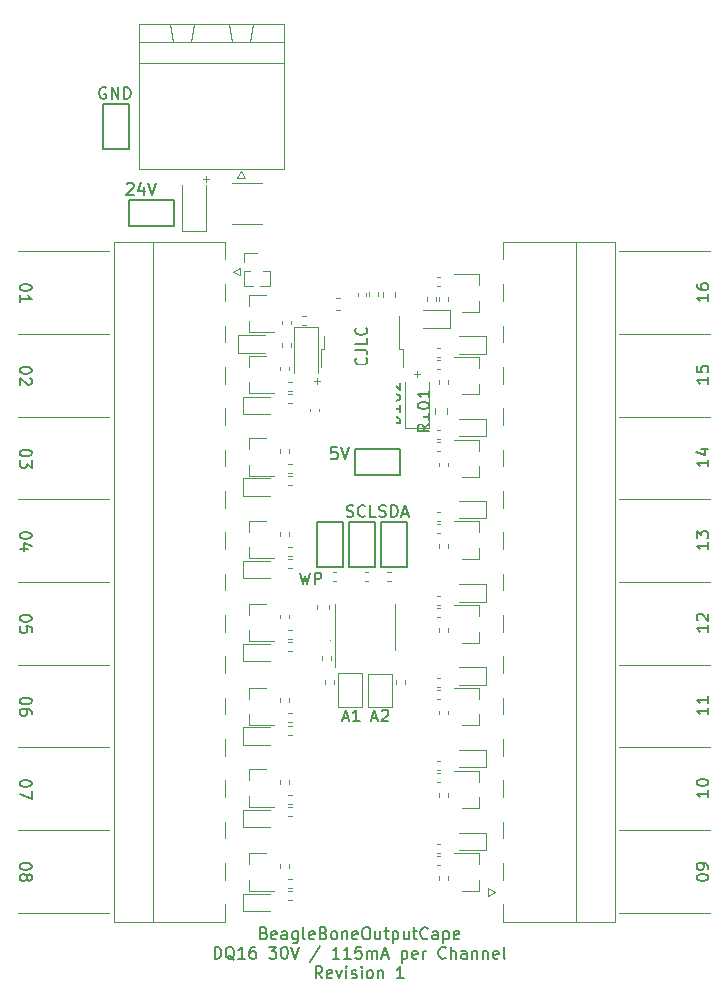
<source format=gto>
%TF.GenerationSoftware,KiCad,Pcbnew,5.1.10*%
%TF.CreationDate,2021-06-14T21:55:46+02:00*%
%TF.ProjectId,output-cape-v1,6f757470-7574-42d6-9361-70652d76312e,1*%
%TF.SameCoordinates,Original*%
%TF.FileFunction,Legend,Top*%
%TF.FilePolarity,Positive*%
%FSLAX46Y46*%
G04 Gerber Fmt 4.6, Leading zero omitted, Abs format (unit mm)*
G04 Created by KiCad (PCBNEW 5.1.10) date 2021-06-14 21:55:46*
%MOMM*%
%LPD*%
G01*
G04 APERTURE LIST*
%ADD10C,0.120000*%
%ADD11C,0.100000*%
%ADD12C,0.150000*%
%ADD13R,1.800000X3.400000*%
%ADD14R,3.400000X1.800000*%
%ADD15O,1.000000X1.000000*%
%ADD16R,1.000000X1.000000*%
%ADD17R,1.200000X0.900000*%
%ADD18R,5.800000X6.400000*%
%ADD19R,1.200000X2.200000*%
%ADD20R,1.100000X1.100000*%
%ADD21O,3.600000X1.800000*%
%ADD22R,0.900000X0.800000*%
%ADD23O,2.000000X3.600000*%
%ADD24C,5.500000*%
G04 APERTURE END LIST*
D10*
X109150000Y-84100000D02*
G75*
G03*
X109150000Y-84100000I-50000J0D01*
G01*
X103350000Y-112000000D02*
G75*
G03*
X103350000Y-112000000I-50000J0D01*
G01*
D11*
X93066666Y-72950000D02*
X92533333Y-72950000D01*
X92800000Y-73216666D02*
X92800000Y-72683333D01*
X110966666Y-89450000D02*
X110433333Y-89450000D01*
X110700000Y-89716666D02*
X110700000Y-89183333D01*
X102466666Y-90050000D02*
X101933333Y-90050000D01*
X102200000Y-90316666D02*
X102200000Y-89783333D01*
D12*
X105452380Y-94338095D02*
X106166666Y-94338095D01*
X106309523Y-94385714D01*
X106404761Y-94480952D01*
X106452380Y-94623809D01*
X106452380Y-94719047D01*
X106452380Y-93385714D02*
X106452380Y-93861904D01*
X105452380Y-93861904D01*
X106357142Y-92480952D02*
X106404761Y-92528571D01*
X106452380Y-92671428D01*
X106452380Y-92766666D01*
X106404761Y-92909523D01*
X106309523Y-93004761D01*
X106214285Y-93052380D01*
X106023809Y-93100000D01*
X105880952Y-93100000D01*
X105690476Y-93052380D01*
X105595238Y-93004761D01*
X105500000Y-92909523D01*
X105452380Y-92766666D01*
X105452380Y-92671428D01*
X105500000Y-92528571D01*
X105547619Y-92480952D01*
X106452380Y-91576190D02*
X106452380Y-92052380D01*
X105452380Y-92052380D01*
X106357142Y-90671428D02*
X106404761Y-90719047D01*
X106452380Y-90861904D01*
X106452380Y-90957142D01*
X106404761Y-91100000D01*
X106309523Y-91195238D01*
X106214285Y-91242857D01*
X106023809Y-91290476D01*
X105880952Y-91290476D01*
X105690476Y-91242857D01*
X105595238Y-91195238D01*
X105500000Y-91100000D01*
X105452380Y-90957142D01*
X105452380Y-90861904D01*
X105500000Y-90719047D01*
X105547619Y-90671428D01*
X105452380Y-89957142D02*
X106166666Y-89957142D01*
X106309523Y-90004761D01*
X106404761Y-90100000D01*
X106452380Y-90242857D01*
X106452380Y-90338095D01*
X106452380Y-89004761D02*
X106452380Y-89480952D01*
X105452380Y-89480952D01*
X106357142Y-88100000D02*
X106404761Y-88147619D01*
X106452380Y-88290476D01*
X106452380Y-88385714D01*
X106404761Y-88528571D01*
X106309523Y-88623809D01*
X106214285Y-88671428D01*
X106023809Y-88719047D01*
X105880952Y-88719047D01*
X105690476Y-88671428D01*
X105595238Y-88623809D01*
X105500000Y-88528571D01*
X105452380Y-88385714D01*
X105452380Y-88290476D01*
X105500000Y-88147619D01*
X105547619Y-88100000D01*
X105452380Y-87385714D02*
X106166666Y-87385714D01*
X106309523Y-87433333D01*
X106404761Y-87528571D01*
X106452380Y-87671428D01*
X106452380Y-87766666D01*
X106452380Y-86433333D02*
X106452380Y-86909523D01*
X105452380Y-86909523D01*
X106357142Y-85528571D02*
X106404761Y-85576190D01*
X106452380Y-85719047D01*
X106452380Y-85814285D01*
X106404761Y-85957142D01*
X106309523Y-86052380D01*
X106214285Y-86100000D01*
X106023809Y-86147619D01*
X105880952Y-86147619D01*
X105690476Y-86100000D01*
X105595238Y-86052380D01*
X105500000Y-85957142D01*
X105452380Y-85814285D01*
X105452380Y-85719047D01*
X105500000Y-85576190D01*
X105547619Y-85528571D01*
X97728571Y-136778571D02*
X97871428Y-136826190D01*
X97919047Y-136873809D01*
X97966666Y-136969047D01*
X97966666Y-137111904D01*
X97919047Y-137207142D01*
X97871428Y-137254761D01*
X97776190Y-137302380D01*
X97395238Y-137302380D01*
X97395238Y-136302380D01*
X97728571Y-136302380D01*
X97823809Y-136350000D01*
X97871428Y-136397619D01*
X97919047Y-136492857D01*
X97919047Y-136588095D01*
X97871428Y-136683333D01*
X97823809Y-136730952D01*
X97728571Y-136778571D01*
X97395238Y-136778571D01*
X98776190Y-137254761D02*
X98680952Y-137302380D01*
X98490476Y-137302380D01*
X98395238Y-137254761D01*
X98347619Y-137159523D01*
X98347619Y-136778571D01*
X98395238Y-136683333D01*
X98490476Y-136635714D01*
X98680952Y-136635714D01*
X98776190Y-136683333D01*
X98823809Y-136778571D01*
X98823809Y-136873809D01*
X98347619Y-136969047D01*
X99680952Y-137302380D02*
X99680952Y-136778571D01*
X99633333Y-136683333D01*
X99538095Y-136635714D01*
X99347619Y-136635714D01*
X99252380Y-136683333D01*
X99680952Y-137254761D02*
X99585714Y-137302380D01*
X99347619Y-137302380D01*
X99252380Y-137254761D01*
X99204761Y-137159523D01*
X99204761Y-137064285D01*
X99252380Y-136969047D01*
X99347619Y-136921428D01*
X99585714Y-136921428D01*
X99680952Y-136873809D01*
X100585714Y-136635714D02*
X100585714Y-137445238D01*
X100538095Y-137540476D01*
X100490476Y-137588095D01*
X100395238Y-137635714D01*
X100252380Y-137635714D01*
X100157142Y-137588095D01*
X100585714Y-137254761D02*
X100490476Y-137302380D01*
X100300000Y-137302380D01*
X100204761Y-137254761D01*
X100157142Y-137207142D01*
X100109523Y-137111904D01*
X100109523Y-136826190D01*
X100157142Y-136730952D01*
X100204761Y-136683333D01*
X100300000Y-136635714D01*
X100490476Y-136635714D01*
X100585714Y-136683333D01*
X101204761Y-137302380D02*
X101109523Y-137254761D01*
X101061904Y-137159523D01*
X101061904Y-136302380D01*
X101966666Y-137254761D02*
X101871428Y-137302380D01*
X101680952Y-137302380D01*
X101585714Y-137254761D01*
X101538095Y-137159523D01*
X101538095Y-136778571D01*
X101585714Y-136683333D01*
X101680952Y-136635714D01*
X101871428Y-136635714D01*
X101966666Y-136683333D01*
X102014285Y-136778571D01*
X102014285Y-136873809D01*
X101538095Y-136969047D01*
X102776190Y-136778571D02*
X102919047Y-136826190D01*
X102966666Y-136873809D01*
X103014285Y-136969047D01*
X103014285Y-137111904D01*
X102966666Y-137207142D01*
X102919047Y-137254761D01*
X102823809Y-137302380D01*
X102442857Y-137302380D01*
X102442857Y-136302380D01*
X102776190Y-136302380D01*
X102871428Y-136350000D01*
X102919047Y-136397619D01*
X102966666Y-136492857D01*
X102966666Y-136588095D01*
X102919047Y-136683333D01*
X102871428Y-136730952D01*
X102776190Y-136778571D01*
X102442857Y-136778571D01*
X103585714Y-137302380D02*
X103490476Y-137254761D01*
X103442857Y-137207142D01*
X103395238Y-137111904D01*
X103395238Y-136826190D01*
X103442857Y-136730952D01*
X103490476Y-136683333D01*
X103585714Y-136635714D01*
X103728571Y-136635714D01*
X103823809Y-136683333D01*
X103871428Y-136730952D01*
X103919047Y-136826190D01*
X103919047Y-137111904D01*
X103871428Y-137207142D01*
X103823809Y-137254761D01*
X103728571Y-137302380D01*
X103585714Y-137302380D01*
X104347619Y-136635714D02*
X104347619Y-137302380D01*
X104347619Y-136730952D02*
X104395238Y-136683333D01*
X104490476Y-136635714D01*
X104633333Y-136635714D01*
X104728571Y-136683333D01*
X104776190Y-136778571D01*
X104776190Y-137302380D01*
X105633333Y-137254761D02*
X105538095Y-137302380D01*
X105347619Y-137302380D01*
X105252380Y-137254761D01*
X105204761Y-137159523D01*
X105204761Y-136778571D01*
X105252380Y-136683333D01*
X105347619Y-136635714D01*
X105538095Y-136635714D01*
X105633333Y-136683333D01*
X105680952Y-136778571D01*
X105680952Y-136873809D01*
X105204761Y-136969047D01*
X106300000Y-136302380D02*
X106490476Y-136302380D01*
X106585714Y-136350000D01*
X106680952Y-136445238D01*
X106728571Y-136635714D01*
X106728571Y-136969047D01*
X106680952Y-137159523D01*
X106585714Y-137254761D01*
X106490476Y-137302380D01*
X106300000Y-137302380D01*
X106204761Y-137254761D01*
X106109523Y-137159523D01*
X106061904Y-136969047D01*
X106061904Y-136635714D01*
X106109523Y-136445238D01*
X106204761Y-136350000D01*
X106300000Y-136302380D01*
X107585714Y-136635714D02*
X107585714Y-137302380D01*
X107157142Y-136635714D02*
X107157142Y-137159523D01*
X107204761Y-137254761D01*
X107300000Y-137302380D01*
X107442857Y-137302380D01*
X107538095Y-137254761D01*
X107585714Y-137207142D01*
X107919047Y-136635714D02*
X108300000Y-136635714D01*
X108061904Y-136302380D02*
X108061904Y-137159523D01*
X108109523Y-137254761D01*
X108204761Y-137302380D01*
X108300000Y-137302380D01*
X108633333Y-136635714D02*
X108633333Y-137635714D01*
X108633333Y-136683333D02*
X108728571Y-136635714D01*
X108919047Y-136635714D01*
X109014285Y-136683333D01*
X109061904Y-136730952D01*
X109109523Y-136826190D01*
X109109523Y-137111904D01*
X109061904Y-137207142D01*
X109014285Y-137254761D01*
X108919047Y-137302380D01*
X108728571Y-137302380D01*
X108633333Y-137254761D01*
X109966666Y-136635714D02*
X109966666Y-137302380D01*
X109538095Y-136635714D02*
X109538095Y-137159523D01*
X109585714Y-137254761D01*
X109680952Y-137302380D01*
X109823809Y-137302380D01*
X109919047Y-137254761D01*
X109966666Y-137207142D01*
X110300000Y-136635714D02*
X110680952Y-136635714D01*
X110442857Y-136302380D02*
X110442857Y-137159523D01*
X110490476Y-137254761D01*
X110585714Y-137302380D01*
X110680952Y-137302380D01*
X111585714Y-137207142D02*
X111538095Y-137254761D01*
X111395238Y-137302380D01*
X111300000Y-137302380D01*
X111157142Y-137254761D01*
X111061904Y-137159523D01*
X111014285Y-137064285D01*
X110966666Y-136873809D01*
X110966666Y-136730952D01*
X111014285Y-136540476D01*
X111061904Y-136445238D01*
X111157142Y-136350000D01*
X111300000Y-136302380D01*
X111395238Y-136302380D01*
X111538095Y-136350000D01*
X111585714Y-136397619D01*
X112442857Y-137302380D02*
X112442857Y-136778571D01*
X112395238Y-136683333D01*
X112300000Y-136635714D01*
X112109523Y-136635714D01*
X112014285Y-136683333D01*
X112442857Y-137254761D02*
X112347619Y-137302380D01*
X112109523Y-137302380D01*
X112014285Y-137254761D01*
X111966666Y-137159523D01*
X111966666Y-137064285D01*
X112014285Y-136969047D01*
X112109523Y-136921428D01*
X112347619Y-136921428D01*
X112442857Y-136873809D01*
X112919047Y-136635714D02*
X112919047Y-137635714D01*
X112919047Y-136683333D02*
X113014285Y-136635714D01*
X113204761Y-136635714D01*
X113300000Y-136683333D01*
X113347619Y-136730952D01*
X113395238Y-136826190D01*
X113395238Y-137111904D01*
X113347619Y-137207142D01*
X113300000Y-137254761D01*
X113204761Y-137302380D01*
X113014285Y-137302380D01*
X112919047Y-137254761D01*
X114204761Y-137254761D02*
X114109523Y-137302380D01*
X113919047Y-137302380D01*
X113823809Y-137254761D01*
X113776190Y-137159523D01*
X113776190Y-136778571D01*
X113823809Y-136683333D01*
X113919047Y-136635714D01*
X114109523Y-136635714D01*
X114204761Y-136683333D01*
X114252380Y-136778571D01*
X114252380Y-136873809D01*
X113776190Y-136969047D01*
X93538095Y-138952380D02*
X93538095Y-137952380D01*
X93776190Y-137952380D01*
X93919047Y-138000000D01*
X94014285Y-138095238D01*
X94061904Y-138190476D01*
X94109523Y-138380952D01*
X94109523Y-138523809D01*
X94061904Y-138714285D01*
X94014285Y-138809523D01*
X93919047Y-138904761D01*
X93776190Y-138952380D01*
X93538095Y-138952380D01*
X95204761Y-139047619D02*
X95109523Y-139000000D01*
X95014285Y-138904761D01*
X94871428Y-138761904D01*
X94776190Y-138714285D01*
X94680952Y-138714285D01*
X94728571Y-138952380D02*
X94633333Y-138904761D01*
X94538095Y-138809523D01*
X94490476Y-138619047D01*
X94490476Y-138285714D01*
X94538095Y-138095238D01*
X94633333Y-138000000D01*
X94728571Y-137952380D01*
X94919047Y-137952380D01*
X95014285Y-138000000D01*
X95109523Y-138095238D01*
X95157142Y-138285714D01*
X95157142Y-138619047D01*
X95109523Y-138809523D01*
X95014285Y-138904761D01*
X94919047Y-138952380D01*
X94728571Y-138952380D01*
X96109523Y-138952380D02*
X95538095Y-138952380D01*
X95823809Y-138952380D02*
X95823809Y-137952380D01*
X95728571Y-138095238D01*
X95633333Y-138190476D01*
X95538095Y-138238095D01*
X96966666Y-137952380D02*
X96776190Y-137952380D01*
X96680952Y-138000000D01*
X96633333Y-138047619D01*
X96538095Y-138190476D01*
X96490476Y-138380952D01*
X96490476Y-138761904D01*
X96538095Y-138857142D01*
X96585714Y-138904761D01*
X96680952Y-138952380D01*
X96871428Y-138952380D01*
X96966666Y-138904761D01*
X97014285Y-138857142D01*
X97061904Y-138761904D01*
X97061904Y-138523809D01*
X97014285Y-138428571D01*
X96966666Y-138380952D01*
X96871428Y-138333333D01*
X96680952Y-138333333D01*
X96585714Y-138380952D01*
X96538095Y-138428571D01*
X96490476Y-138523809D01*
X98157142Y-137952380D02*
X98776190Y-137952380D01*
X98442857Y-138333333D01*
X98585714Y-138333333D01*
X98680952Y-138380952D01*
X98728571Y-138428571D01*
X98776190Y-138523809D01*
X98776190Y-138761904D01*
X98728571Y-138857142D01*
X98680952Y-138904761D01*
X98585714Y-138952380D01*
X98300000Y-138952380D01*
X98204761Y-138904761D01*
X98157142Y-138857142D01*
X99395238Y-137952380D02*
X99490476Y-137952380D01*
X99585714Y-138000000D01*
X99633333Y-138047619D01*
X99680952Y-138142857D01*
X99728571Y-138333333D01*
X99728571Y-138571428D01*
X99680952Y-138761904D01*
X99633333Y-138857142D01*
X99585714Y-138904761D01*
X99490476Y-138952380D01*
X99395238Y-138952380D01*
X99300000Y-138904761D01*
X99252380Y-138857142D01*
X99204761Y-138761904D01*
X99157142Y-138571428D01*
X99157142Y-138333333D01*
X99204761Y-138142857D01*
X99252380Y-138047619D01*
X99300000Y-138000000D01*
X99395238Y-137952380D01*
X100014285Y-137952380D02*
X100347619Y-138952380D01*
X100680952Y-137952380D01*
X102490476Y-137904761D02*
X101633333Y-139190476D01*
X104109523Y-138952380D02*
X103538095Y-138952380D01*
X103823809Y-138952380D02*
X103823809Y-137952380D01*
X103728571Y-138095238D01*
X103633333Y-138190476D01*
X103538095Y-138238095D01*
X105061904Y-138952380D02*
X104490476Y-138952380D01*
X104776190Y-138952380D02*
X104776190Y-137952380D01*
X104680952Y-138095238D01*
X104585714Y-138190476D01*
X104490476Y-138238095D01*
X105966666Y-137952380D02*
X105490476Y-137952380D01*
X105442857Y-138428571D01*
X105490476Y-138380952D01*
X105585714Y-138333333D01*
X105823809Y-138333333D01*
X105919047Y-138380952D01*
X105966666Y-138428571D01*
X106014285Y-138523809D01*
X106014285Y-138761904D01*
X105966666Y-138857142D01*
X105919047Y-138904761D01*
X105823809Y-138952380D01*
X105585714Y-138952380D01*
X105490476Y-138904761D01*
X105442857Y-138857142D01*
X106442857Y-138952380D02*
X106442857Y-138285714D01*
X106442857Y-138380952D02*
X106490476Y-138333333D01*
X106585714Y-138285714D01*
X106728571Y-138285714D01*
X106823809Y-138333333D01*
X106871428Y-138428571D01*
X106871428Y-138952380D01*
X106871428Y-138428571D02*
X106919047Y-138333333D01*
X107014285Y-138285714D01*
X107157142Y-138285714D01*
X107252380Y-138333333D01*
X107300000Y-138428571D01*
X107300000Y-138952380D01*
X107728571Y-138666666D02*
X108204761Y-138666666D01*
X107633333Y-138952380D02*
X107966666Y-137952380D01*
X108300000Y-138952380D01*
X109395238Y-138285714D02*
X109395238Y-139285714D01*
X109395238Y-138333333D02*
X109490476Y-138285714D01*
X109680952Y-138285714D01*
X109776190Y-138333333D01*
X109823809Y-138380952D01*
X109871428Y-138476190D01*
X109871428Y-138761904D01*
X109823809Y-138857142D01*
X109776190Y-138904761D01*
X109680952Y-138952380D01*
X109490476Y-138952380D01*
X109395238Y-138904761D01*
X110680952Y-138904761D02*
X110585714Y-138952380D01*
X110395238Y-138952380D01*
X110300000Y-138904761D01*
X110252380Y-138809523D01*
X110252380Y-138428571D01*
X110300000Y-138333333D01*
X110395238Y-138285714D01*
X110585714Y-138285714D01*
X110680952Y-138333333D01*
X110728571Y-138428571D01*
X110728571Y-138523809D01*
X110252380Y-138619047D01*
X111157142Y-138952380D02*
X111157142Y-138285714D01*
X111157142Y-138476190D02*
X111204761Y-138380952D01*
X111252380Y-138333333D01*
X111347619Y-138285714D01*
X111442857Y-138285714D01*
X113109523Y-138857142D02*
X113061904Y-138904761D01*
X112919047Y-138952380D01*
X112823809Y-138952380D01*
X112680952Y-138904761D01*
X112585714Y-138809523D01*
X112538095Y-138714285D01*
X112490476Y-138523809D01*
X112490476Y-138380952D01*
X112538095Y-138190476D01*
X112585714Y-138095238D01*
X112680952Y-138000000D01*
X112823809Y-137952380D01*
X112919047Y-137952380D01*
X113061904Y-138000000D01*
X113109523Y-138047619D01*
X113538095Y-138952380D02*
X113538095Y-137952380D01*
X113966666Y-138952380D02*
X113966666Y-138428571D01*
X113919047Y-138333333D01*
X113823809Y-138285714D01*
X113680952Y-138285714D01*
X113585714Y-138333333D01*
X113538095Y-138380952D01*
X114871428Y-138952380D02*
X114871428Y-138428571D01*
X114823809Y-138333333D01*
X114728571Y-138285714D01*
X114538095Y-138285714D01*
X114442857Y-138333333D01*
X114871428Y-138904761D02*
X114776190Y-138952380D01*
X114538095Y-138952380D01*
X114442857Y-138904761D01*
X114395238Y-138809523D01*
X114395238Y-138714285D01*
X114442857Y-138619047D01*
X114538095Y-138571428D01*
X114776190Y-138571428D01*
X114871428Y-138523809D01*
X115347619Y-138285714D02*
X115347619Y-138952380D01*
X115347619Y-138380952D02*
X115395238Y-138333333D01*
X115490476Y-138285714D01*
X115633333Y-138285714D01*
X115728571Y-138333333D01*
X115776190Y-138428571D01*
X115776190Y-138952380D01*
X116252380Y-138285714D02*
X116252380Y-138952380D01*
X116252380Y-138380952D02*
X116300000Y-138333333D01*
X116395238Y-138285714D01*
X116538095Y-138285714D01*
X116633333Y-138333333D01*
X116680952Y-138428571D01*
X116680952Y-138952380D01*
X117538095Y-138904761D02*
X117442857Y-138952380D01*
X117252380Y-138952380D01*
X117157142Y-138904761D01*
X117109523Y-138809523D01*
X117109523Y-138428571D01*
X117157142Y-138333333D01*
X117252380Y-138285714D01*
X117442857Y-138285714D01*
X117538095Y-138333333D01*
X117585714Y-138428571D01*
X117585714Y-138523809D01*
X117109523Y-138619047D01*
X118157142Y-138952380D02*
X118061904Y-138904761D01*
X118014285Y-138809523D01*
X118014285Y-137952380D01*
X102657142Y-140602380D02*
X102323809Y-140126190D01*
X102085714Y-140602380D02*
X102085714Y-139602380D01*
X102466666Y-139602380D01*
X102561904Y-139650000D01*
X102609523Y-139697619D01*
X102657142Y-139792857D01*
X102657142Y-139935714D01*
X102609523Y-140030952D01*
X102561904Y-140078571D01*
X102466666Y-140126190D01*
X102085714Y-140126190D01*
X103466666Y-140554761D02*
X103371428Y-140602380D01*
X103180952Y-140602380D01*
X103085714Y-140554761D01*
X103038095Y-140459523D01*
X103038095Y-140078571D01*
X103085714Y-139983333D01*
X103180952Y-139935714D01*
X103371428Y-139935714D01*
X103466666Y-139983333D01*
X103514285Y-140078571D01*
X103514285Y-140173809D01*
X103038095Y-140269047D01*
X103847619Y-139935714D02*
X104085714Y-140602380D01*
X104323809Y-139935714D01*
X104704761Y-140602380D02*
X104704761Y-139935714D01*
X104704761Y-139602380D02*
X104657142Y-139650000D01*
X104704761Y-139697619D01*
X104752380Y-139650000D01*
X104704761Y-139602380D01*
X104704761Y-139697619D01*
X105133333Y-140554761D02*
X105228571Y-140602380D01*
X105419047Y-140602380D01*
X105514285Y-140554761D01*
X105561904Y-140459523D01*
X105561904Y-140411904D01*
X105514285Y-140316666D01*
X105419047Y-140269047D01*
X105276190Y-140269047D01*
X105180952Y-140221428D01*
X105133333Y-140126190D01*
X105133333Y-140078571D01*
X105180952Y-139983333D01*
X105276190Y-139935714D01*
X105419047Y-139935714D01*
X105514285Y-139983333D01*
X105990476Y-140602380D02*
X105990476Y-139935714D01*
X105990476Y-139602380D02*
X105942857Y-139650000D01*
X105990476Y-139697619D01*
X106038095Y-139650000D01*
X105990476Y-139602380D01*
X105990476Y-139697619D01*
X106609523Y-140602380D02*
X106514285Y-140554761D01*
X106466666Y-140507142D01*
X106419047Y-140411904D01*
X106419047Y-140126190D01*
X106466666Y-140030952D01*
X106514285Y-139983333D01*
X106609523Y-139935714D01*
X106752380Y-139935714D01*
X106847619Y-139983333D01*
X106895238Y-140030952D01*
X106942857Y-140126190D01*
X106942857Y-140411904D01*
X106895238Y-140507142D01*
X106847619Y-140554761D01*
X106752380Y-140602380D01*
X106609523Y-140602380D01*
X107371428Y-139935714D02*
X107371428Y-140602380D01*
X107371428Y-140030952D02*
X107419047Y-139983333D01*
X107514285Y-139935714D01*
X107657142Y-139935714D01*
X107752380Y-139983333D01*
X107800000Y-140078571D01*
X107800000Y-140602380D01*
X109561904Y-140602380D02*
X108990476Y-140602380D01*
X109276190Y-140602380D02*
X109276190Y-139602380D01*
X109180952Y-139745238D01*
X109085714Y-139840476D01*
X108990476Y-139888095D01*
X84338095Y-65200000D02*
X84242857Y-65152380D01*
X84100000Y-65152380D01*
X83957142Y-65200000D01*
X83861904Y-65295238D01*
X83814285Y-65390476D01*
X83766666Y-65580952D01*
X83766666Y-65723809D01*
X83814285Y-65914285D01*
X83861904Y-66009523D01*
X83957142Y-66104761D01*
X84100000Y-66152380D01*
X84195238Y-66152380D01*
X84338095Y-66104761D01*
X84385714Y-66057142D01*
X84385714Y-65723809D01*
X84195238Y-65723809D01*
X84814285Y-66152380D02*
X84814285Y-65152380D01*
X85385714Y-66152380D01*
X85385714Y-65152380D01*
X85861904Y-66152380D02*
X85861904Y-65152380D01*
X86100000Y-65152380D01*
X86242857Y-65200000D01*
X86338095Y-65295238D01*
X86385714Y-65390476D01*
X86433333Y-65580952D01*
X86433333Y-65723809D01*
X86385714Y-65914285D01*
X86338095Y-66009523D01*
X86242857Y-66104761D01*
X86100000Y-66152380D01*
X85861904Y-66152380D01*
X86109523Y-73347619D02*
X86157142Y-73300000D01*
X86252380Y-73252380D01*
X86490476Y-73252380D01*
X86585714Y-73300000D01*
X86633333Y-73347619D01*
X86680952Y-73442857D01*
X86680952Y-73538095D01*
X86633333Y-73680952D01*
X86061904Y-74252380D01*
X86680952Y-74252380D01*
X87538095Y-73585714D02*
X87538095Y-74252380D01*
X87300000Y-73204761D02*
X87061904Y-73919047D01*
X87680952Y-73919047D01*
X87919047Y-73252380D02*
X88252380Y-74252380D01*
X88585714Y-73252380D01*
X100771428Y-106252380D02*
X101009523Y-107252380D01*
X101200000Y-106538095D01*
X101390476Y-107252380D01*
X101628571Y-106252380D01*
X102009523Y-107252380D02*
X102009523Y-106252380D01*
X102390476Y-106252380D01*
X102485714Y-106300000D01*
X102533333Y-106347619D01*
X102580952Y-106442857D01*
X102580952Y-106585714D01*
X102533333Y-106680952D01*
X102485714Y-106728571D01*
X102390476Y-106776190D01*
X102009523Y-106776190D01*
X104709523Y-101504761D02*
X104852380Y-101552380D01*
X105090476Y-101552380D01*
X105185714Y-101504761D01*
X105233333Y-101457142D01*
X105280952Y-101361904D01*
X105280952Y-101266666D01*
X105233333Y-101171428D01*
X105185714Y-101123809D01*
X105090476Y-101076190D01*
X104900000Y-101028571D01*
X104804761Y-100980952D01*
X104757142Y-100933333D01*
X104709523Y-100838095D01*
X104709523Y-100742857D01*
X104757142Y-100647619D01*
X104804761Y-100600000D01*
X104900000Y-100552380D01*
X105138095Y-100552380D01*
X105280952Y-100600000D01*
X106280952Y-101457142D02*
X106233333Y-101504761D01*
X106090476Y-101552380D01*
X105995238Y-101552380D01*
X105852380Y-101504761D01*
X105757142Y-101409523D01*
X105709523Y-101314285D01*
X105661904Y-101123809D01*
X105661904Y-100980952D01*
X105709523Y-100790476D01*
X105757142Y-100695238D01*
X105852380Y-100600000D01*
X105995238Y-100552380D01*
X106090476Y-100552380D01*
X106233333Y-100600000D01*
X106280952Y-100647619D01*
X107185714Y-101552380D02*
X106709523Y-101552380D01*
X106709523Y-100552380D01*
X107485714Y-101504761D02*
X107628571Y-101552380D01*
X107866666Y-101552380D01*
X107961904Y-101504761D01*
X108009523Y-101457142D01*
X108057142Y-101361904D01*
X108057142Y-101266666D01*
X108009523Y-101171428D01*
X107961904Y-101123809D01*
X107866666Y-101076190D01*
X107676190Y-101028571D01*
X107580952Y-100980952D01*
X107533333Y-100933333D01*
X107485714Y-100838095D01*
X107485714Y-100742857D01*
X107533333Y-100647619D01*
X107580952Y-100600000D01*
X107676190Y-100552380D01*
X107914285Y-100552380D01*
X108057142Y-100600000D01*
X108485714Y-101552380D02*
X108485714Y-100552380D01*
X108723809Y-100552380D01*
X108866666Y-100600000D01*
X108961904Y-100695238D01*
X109009523Y-100790476D01*
X109057142Y-100980952D01*
X109057142Y-101123809D01*
X109009523Y-101314285D01*
X108961904Y-101409523D01*
X108866666Y-101504761D01*
X108723809Y-101552380D01*
X108485714Y-101552380D01*
X109438095Y-101266666D02*
X109914285Y-101266666D01*
X109342857Y-101552380D02*
X109676190Y-100552380D01*
X110009523Y-101552380D01*
X103909523Y-95652380D02*
X103433333Y-95652380D01*
X103385714Y-96128571D01*
X103433333Y-96080952D01*
X103528571Y-96033333D01*
X103766666Y-96033333D01*
X103861904Y-96080952D01*
X103909523Y-96128571D01*
X103957142Y-96223809D01*
X103957142Y-96461904D01*
X103909523Y-96557142D01*
X103861904Y-96604761D01*
X103766666Y-96652380D01*
X103528571Y-96652380D01*
X103433333Y-96604761D01*
X103385714Y-96557142D01*
X104242857Y-95652380D02*
X104576190Y-96652380D01*
X104909523Y-95652380D01*
X135352380Y-82690476D02*
X135352380Y-83261904D01*
X135352380Y-82976190D02*
X134352380Y-82976190D01*
X134495238Y-83071428D01*
X134590476Y-83166666D01*
X134638095Y-83261904D01*
X134352380Y-81833333D02*
X134352380Y-82023809D01*
X134400000Y-82119047D01*
X134447619Y-82166666D01*
X134590476Y-82261904D01*
X134780952Y-82309523D01*
X135161904Y-82309523D01*
X135257142Y-82261904D01*
X135304761Y-82214285D01*
X135352380Y-82119047D01*
X135352380Y-81928571D01*
X135304761Y-81833333D01*
X135257142Y-81785714D01*
X135161904Y-81738095D01*
X134923809Y-81738095D01*
X134828571Y-81785714D01*
X134780952Y-81833333D01*
X134733333Y-81928571D01*
X134733333Y-82119047D01*
X134780952Y-82214285D01*
X134828571Y-82261904D01*
X134923809Y-82309523D01*
X135352380Y-89690476D02*
X135352380Y-90261904D01*
X135352380Y-89976190D02*
X134352380Y-89976190D01*
X134495238Y-90071428D01*
X134590476Y-90166666D01*
X134638095Y-90261904D01*
X134352380Y-88785714D02*
X134352380Y-89261904D01*
X134828571Y-89309523D01*
X134780952Y-89261904D01*
X134733333Y-89166666D01*
X134733333Y-88928571D01*
X134780952Y-88833333D01*
X134828571Y-88785714D01*
X134923809Y-88738095D01*
X135161904Y-88738095D01*
X135257142Y-88785714D01*
X135304761Y-88833333D01*
X135352380Y-88928571D01*
X135352380Y-89166666D01*
X135304761Y-89261904D01*
X135257142Y-89309523D01*
X135352380Y-96690476D02*
X135352380Y-97261904D01*
X135352380Y-96976190D02*
X134352380Y-96976190D01*
X134495238Y-97071428D01*
X134590476Y-97166666D01*
X134638095Y-97261904D01*
X134685714Y-95833333D02*
X135352380Y-95833333D01*
X134304761Y-96071428D02*
X135019047Y-96309523D01*
X135019047Y-95690476D01*
X135352380Y-103690476D02*
X135352380Y-104261904D01*
X135352380Y-103976190D02*
X134352380Y-103976190D01*
X134495238Y-104071428D01*
X134590476Y-104166666D01*
X134638095Y-104261904D01*
X134352380Y-103357142D02*
X134352380Y-102738095D01*
X134733333Y-103071428D01*
X134733333Y-102928571D01*
X134780952Y-102833333D01*
X134828571Y-102785714D01*
X134923809Y-102738095D01*
X135161904Y-102738095D01*
X135257142Y-102785714D01*
X135304761Y-102833333D01*
X135352380Y-102928571D01*
X135352380Y-103214285D01*
X135304761Y-103309523D01*
X135257142Y-103357142D01*
X135352380Y-110690476D02*
X135352380Y-111261904D01*
X135352380Y-110976190D02*
X134352380Y-110976190D01*
X134495238Y-111071428D01*
X134590476Y-111166666D01*
X134638095Y-111261904D01*
X134447619Y-110309523D02*
X134400000Y-110261904D01*
X134352380Y-110166666D01*
X134352380Y-109928571D01*
X134400000Y-109833333D01*
X134447619Y-109785714D01*
X134542857Y-109738095D01*
X134638095Y-109738095D01*
X134780952Y-109785714D01*
X135352380Y-110357142D01*
X135352380Y-109738095D01*
X135352380Y-117690476D02*
X135352380Y-118261904D01*
X135352380Y-117976190D02*
X134352380Y-117976190D01*
X134495238Y-118071428D01*
X134590476Y-118166666D01*
X134638095Y-118261904D01*
X135352380Y-116738095D02*
X135352380Y-117309523D01*
X135352380Y-117023809D02*
X134352380Y-117023809D01*
X134495238Y-117119047D01*
X134590476Y-117214285D01*
X134638095Y-117309523D01*
X135352380Y-124690476D02*
X135352380Y-125261904D01*
X135352380Y-124976190D02*
X134352380Y-124976190D01*
X134495238Y-125071428D01*
X134590476Y-125166666D01*
X134638095Y-125261904D01*
X134352380Y-124071428D02*
X134352380Y-123976190D01*
X134400000Y-123880952D01*
X134447619Y-123833333D01*
X134542857Y-123785714D01*
X134733333Y-123738095D01*
X134971428Y-123738095D01*
X135161904Y-123785714D01*
X135257142Y-123833333D01*
X135304761Y-123880952D01*
X135352380Y-123976190D01*
X135352380Y-124071428D01*
X135304761Y-124166666D01*
X135257142Y-124214285D01*
X135161904Y-124261904D01*
X134971428Y-124309523D01*
X134733333Y-124309523D01*
X134542857Y-124261904D01*
X134447619Y-124214285D01*
X134400000Y-124166666D01*
X134352380Y-124071428D01*
X134352380Y-132123809D02*
X134352380Y-132028571D01*
X134400000Y-131933333D01*
X134447619Y-131885714D01*
X134542857Y-131838095D01*
X134733333Y-131790476D01*
X134971428Y-131790476D01*
X135161904Y-131838095D01*
X135257142Y-131885714D01*
X135304761Y-131933333D01*
X135352380Y-132028571D01*
X135352380Y-132123809D01*
X135304761Y-132219047D01*
X135257142Y-132266666D01*
X135161904Y-132314285D01*
X134971428Y-132361904D01*
X134733333Y-132361904D01*
X134542857Y-132314285D01*
X134447619Y-132266666D01*
X134400000Y-132219047D01*
X134352380Y-132123809D01*
X135352380Y-131314285D02*
X135352380Y-131123809D01*
X135304761Y-131028571D01*
X135257142Y-130980952D01*
X135114285Y-130885714D01*
X134923809Y-130838095D01*
X134542857Y-130838095D01*
X134447619Y-130885714D01*
X134400000Y-130933333D01*
X134352380Y-131028571D01*
X134352380Y-131219047D01*
X134400000Y-131314285D01*
X134447619Y-131361904D01*
X134542857Y-131409523D01*
X134780952Y-131409523D01*
X134876190Y-131361904D01*
X134923809Y-131314285D01*
X134971428Y-131219047D01*
X134971428Y-131028571D01*
X134923809Y-130933333D01*
X134876190Y-130885714D01*
X134780952Y-130838095D01*
X78047619Y-131076190D02*
X78047619Y-131171428D01*
X78000000Y-131266666D01*
X77952380Y-131314285D01*
X77857142Y-131361904D01*
X77666666Y-131409523D01*
X77428571Y-131409523D01*
X77238095Y-131361904D01*
X77142857Y-131314285D01*
X77095238Y-131266666D01*
X77047619Y-131171428D01*
X77047619Y-131076190D01*
X77095238Y-130980952D01*
X77142857Y-130933333D01*
X77238095Y-130885714D01*
X77428571Y-130838095D01*
X77666666Y-130838095D01*
X77857142Y-130885714D01*
X77952380Y-130933333D01*
X78000000Y-130980952D01*
X78047619Y-131076190D01*
X77619047Y-131980952D02*
X77666666Y-131885714D01*
X77714285Y-131838095D01*
X77809523Y-131790476D01*
X77857142Y-131790476D01*
X77952380Y-131838095D01*
X78000000Y-131885714D01*
X78047619Y-131980952D01*
X78047619Y-132171428D01*
X78000000Y-132266666D01*
X77952380Y-132314285D01*
X77857142Y-132361904D01*
X77809523Y-132361904D01*
X77714285Y-132314285D01*
X77666666Y-132266666D01*
X77619047Y-132171428D01*
X77619047Y-131980952D01*
X77571428Y-131885714D01*
X77523809Y-131838095D01*
X77428571Y-131790476D01*
X77238095Y-131790476D01*
X77142857Y-131838095D01*
X77095238Y-131885714D01*
X77047619Y-131980952D01*
X77047619Y-132171428D01*
X77095238Y-132266666D01*
X77142857Y-132314285D01*
X77238095Y-132361904D01*
X77428571Y-132361904D01*
X77523809Y-132314285D01*
X77571428Y-132266666D01*
X77619047Y-132171428D01*
X78047619Y-124076190D02*
X78047619Y-124171428D01*
X78000000Y-124266666D01*
X77952380Y-124314285D01*
X77857142Y-124361904D01*
X77666666Y-124409523D01*
X77428571Y-124409523D01*
X77238095Y-124361904D01*
X77142857Y-124314285D01*
X77095238Y-124266666D01*
X77047619Y-124171428D01*
X77047619Y-124076190D01*
X77095238Y-123980952D01*
X77142857Y-123933333D01*
X77238095Y-123885714D01*
X77428571Y-123838095D01*
X77666666Y-123838095D01*
X77857142Y-123885714D01*
X77952380Y-123933333D01*
X78000000Y-123980952D01*
X78047619Y-124076190D01*
X78047619Y-124742857D02*
X78047619Y-125409523D01*
X77047619Y-124980952D01*
X78047619Y-117076190D02*
X78047619Y-117171428D01*
X78000000Y-117266666D01*
X77952380Y-117314285D01*
X77857142Y-117361904D01*
X77666666Y-117409523D01*
X77428571Y-117409523D01*
X77238095Y-117361904D01*
X77142857Y-117314285D01*
X77095238Y-117266666D01*
X77047619Y-117171428D01*
X77047619Y-117076190D01*
X77095238Y-116980952D01*
X77142857Y-116933333D01*
X77238095Y-116885714D01*
X77428571Y-116838095D01*
X77666666Y-116838095D01*
X77857142Y-116885714D01*
X77952380Y-116933333D01*
X78000000Y-116980952D01*
X78047619Y-117076190D01*
X78047619Y-118266666D02*
X78047619Y-118076190D01*
X78000000Y-117980952D01*
X77952380Y-117933333D01*
X77809523Y-117838095D01*
X77619047Y-117790476D01*
X77238095Y-117790476D01*
X77142857Y-117838095D01*
X77095238Y-117885714D01*
X77047619Y-117980952D01*
X77047619Y-118171428D01*
X77095238Y-118266666D01*
X77142857Y-118314285D01*
X77238095Y-118361904D01*
X77476190Y-118361904D01*
X77571428Y-118314285D01*
X77619047Y-118266666D01*
X77666666Y-118171428D01*
X77666666Y-117980952D01*
X77619047Y-117885714D01*
X77571428Y-117838095D01*
X77476190Y-117790476D01*
X78047619Y-110076190D02*
X78047619Y-110171428D01*
X78000000Y-110266666D01*
X77952380Y-110314285D01*
X77857142Y-110361904D01*
X77666666Y-110409523D01*
X77428571Y-110409523D01*
X77238095Y-110361904D01*
X77142857Y-110314285D01*
X77095238Y-110266666D01*
X77047619Y-110171428D01*
X77047619Y-110076190D01*
X77095238Y-109980952D01*
X77142857Y-109933333D01*
X77238095Y-109885714D01*
X77428571Y-109838095D01*
X77666666Y-109838095D01*
X77857142Y-109885714D01*
X77952380Y-109933333D01*
X78000000Y-109980952D01*
X78047619Y-110076190D01*
X78047619Y-111314285D02*
X78047619Y-110838095D01*
X77571428Y-110790476D01*
X77619047Y-110838095D01*
X77666666Y-110933333D01*
X77666666Y-111171428D01*
X77619047Y-111266666D01*
X77571428Y-111314285D01*
X77476190Y-111361904D01*
X77238095Y-111361904D01*
X77142857Y-111314285D01*
X77095238Y-111266666D01*
X77047619Y-111171428D01*
X77047619Y-110933333D01*
X77095238Y-110838095D01*
X77142857Y-110790476D01*
X78047619Y-103076190D02*
X78047619Y-103171428D01*
X78000000Y-103266666D01*
X77952380Y-103314285D01*
X77857142Y-103361904D01*
X77666666Y-103409523D01*
X77428571Y-103409523D01*
X77238095Y-103361904D01*
X77142857Y-103314285D01*
X77095238Y-103266666D01*
X77047619Y-103171428D01*
X77047619Y-103076190D01*
X77095238Y-102980952D01*
X77142857Y-102933333D01*
X77238095Y-102885714D01*
X77428571Y-102838095D01*
X77666666Y-102838095D01*
X77857142Y-102885714D01*
X77952380Y-102933333D01*
X78000000Y-102980952D01*
X78047619Y-103076190D01*
X77714285Y-104266666D02*
X77047619Y-104266666D01*
X78095238Y-104028571D02*
X77380952Y-103790476D01*
X77380952Y-104409523D01*
X78047619Y-96076190D02*
X78047619Y-96171428D01*
X78000000Y-96266666D01*
X77952380Y-96314285D01*
X77857142Y-96361904D01*
X77666666Y-96409523D01*
X77428571Y-96409523D01*
X77238095Y-96361904D01*
X77142857Y-96314285D01*
X77095238Y-96266666D01*
X77047619Y-96171428D01*
X77047619Y-96076190D01*
X77095238Y-95980952D01*
X77142857Y-95933333D01*
X77238095Y-95885714D01*
X77428571Y-95838095D01*
X77666666Y-95838095D01*
X77857142Y-95885714D01*
X77952380Y-95933333D01*
X78000000Y-95980952D01*
X78047619Y-96076190D01*
X78047619Y-96742857D02*
X78047619Y-97361904D01*
X77666666Y-97028571D01*
X77666666Y-97171428D01*
X77619047Y-97266666D01*
X77571428Y-97314285D01*
X77476190Y-97361904D01*
X77238095Y-97361904D01*
X77142857Y-97314285D01*
X77095238Y-97266666D01*
X77047619Y-97171428D01*
X77047619Y-96885714D01*
X77095238Y-96790476D01*
X77142857Y-96742857D01*
X78047619Y-89076190D02*
X78047619Y-89171428D01*
X78000000Y-89266666D01*
X77952380Y-89314285D01*
X77857142Y-89361904D01*
X77666666Y-89409523D01*
X77428571Y-89409523D01*
X77238095Y-89361904D01*
X77142857Y-89314285D01*
X77095238Y-89266666D01*
X77047619Y-89171428D01*
X77047619Y-89076190D01*
X77095238Y-88980952D01*
X77142857Y-88933333D01*
X77238095Y-88885714D01*
X77428571Y-88838095D01*
X77666666Y-88838095D01*
X77857142Y-88885714D01*
X77952380Y-88933333D01*
X78000000Y-88980952D01*
X78047619Y-89076190D01*
X77952380Y-89790476D02*
X78000000Y-89838095D01*
X78047619Y-89933333D01*
X78047619Y-90171428D01*
X78000000Y-90266666D01*
X77952380Y-90314285D01*
X77857142Y-90361904D01*
X77761904Y-90361904D01*
X77619047Y-90314285D01*
X77047619Y-89742857D01*
X77047619Y-90361904D01*
X78047619Y-82076190D02*
X78047619Y-82171428D01*
X78000000Y-82266666D01*
X77952380Y-82314285D01*
X77857142Y-82361904D01*
X77666666Y-82409523D01*
X77428571Y-82409523D01*
X77238095Y-82361904D01*
X77142857Y-82314285D01*
X77095238Y-82266666D01*
X77047619Y-82171428D01*
X77047619Y-82076190D01*
X77095238Y-81980952D01*
X77142857Y-81933333D01*
X77238095Y-81885714D01*
X77428571Y-81838095D01*
X77666666Y-81838095D01*
X77857142Y-81885714D01*
X77952380Y-81933333D01*
X78000000Y-81980952D01*
X78047619Y-82076190D01*
X77047619Y-83361904D02*
X77047619Y-82790476D01*
X77047619Y-83076190D02*
X78047619Y-83076190D01*
X77904761Y-82980952D01*
X77809523Y-82885714D01*
X77761904Y-82790476D01*
D10*
X135500000Y-135050000D02*
X127800000Y-135050000D01*
X135500000Y-100050000D02*
X127800000Y-100050000D01*
X135500000Y-93050000D02*
X127800000Y-93050000D01*
X135500000Y-79050000D02*
X127800000Y-79050000D01*
X135500000Y-107050000D02*
X127800000Y-107050000D01*
X135500000Y-114050000D02*
X127800000Y-114050000D01*
X135500000Y-128050000D02*
X127800000Y-128050000D01*
X135500000Y-86050000D02*
X127800000Y-86050000D01*
X135500000Y-121050000D02*
X127800000Y-121050000D01*
X84600000Y-79050000D02*
X76900000Y-79050000D01*
X84600000Y-135050000D02*
X76900000Y-135050000D01*
X84600000Y-128050000D02*
X76900000Y-128050000D01*
X84600000Y-121050000D02*
X76900000Y-121050000D01*
X84600000Y-114050000D02*
X76900000Y-114050000D01*
X84600000Y-107050000D02*
X76900000Y-107050000D01*
X84600000Y-100050000D02*
X76900000Y-100050000D01*
X84600000Y-93050000D02*
X76900000Y-93050000D01*
X84600000Y-86050000D02*
X76900000Y-86050000D01*
%TO.C,JP103*%
X108550000Y-117605000D02*
X106550000Y-117605000D01*
X108550000Y-114805000D02*
X108550000Y-117605000D01*
X106550000Y-114805000D02*
X108550000Y-114805000D01*
X106550000Y-117605000D02*
X106550000Y-114805000D01*
%TO.C,JP102*%
X106000000Y-117600000D02*
X104000000Y-117600000D01*
X106000000Y-114800000D02*
X106000000Y-117600000D01*
X104000000Y-114800000D02*
X106000000Y-114800000D01*
X104000000Y-117600000D02*
X104000000Y-114800000D01*
D12*
%TO.C,TP106*%
X86300000Y-70400000D02*
X84100000Y-70400000D01*
X86300000Y-66600000D02*
X86300000Y-70400000D01*
X84100000Y-66600000D02*
X86300000Y-66600000D01*
X84100000Y-70400000D02*
X84100000Y-66600000D01*
%TO.C,TP105*%
X86300000Y-76900000D02*
X86300000Y-74700000D01*
X90100000Y-76900000D02*
X86300000Y-76900000D01*
X90100000Y-74700000D02*
X90100000Y-76900000D01*
X86300000Y-74700000D02*
X90100000Y-74700000D01*
%TO.C,TP101*%
X105400000Y-98000000D02*
X105400000Y-95800000D01*
X109200000Y-98000000D02*
X105400000Y-98000000D01*
X109200000Y-95800000D02*
X109200000Y-98000000D01*
X105400000Y-95800000D02*
X109200000Y-95800000D01*
D10*
%TO.C,JP101*%
X95990000Y-79240000D02*
X97100000Y-79240000D01*
X95990000Y-80000000D02*
X95990000Y-79240000D01*
X97663471Y-80760000D02*
X98210000Y-80760000D01*
X95990000Y-80760000D02*
X96536529Y-80760000D01*
X98210000Y-80760000D02*
X98210000Y-81965000D01*
X95990000Y-80760000D02*
X95990000Y-81965000D01*
X97407530Y-81965000D02*
X98210000Y-81965000D01*
X95990000Y-81965000D02*
X96792470Y-81965000D01*
D12*
%TO.C,TP104*%
X107600000Y-102000000D02*
X109800000Y-102000000D01*
X107600000Y-105800000D02*
X107600000Y-102000000D01*
X109800000Y-105800000D02*
X107600000Y-105800000D01*
X109800000Y-102000000D02*
X109800000Y-105800000D01*
%TO.C,TP103*%
X104900000Y-102000000D02*
X107100000Y-102000000D01*
X104900000Y-105800000D02*
X104900000Y-102000000D01*
X107100000Y-105800000D02*
X104900000Y-105800000D01*
X107100000Y-102000000D02*
X107100000Y-105800000D01*
%TO.C,TP102*%
X102200000Y-102000000D02*
X104400000Y-102000000D01*
X102200000Y-105800000D02*
X102200000Y-102000000D01*
X104400000Y-105800000D02*
X102200000Y-105800000D01*
X104400000Y-102000000D02*
X104400000Y-105800000D01*
D10*
%TO.C,R1702*%
X112520000Y-83263641D02*
X112520000Y-82956359D01*
X113280000Y-83263641D02*
X113280000Y-82956359D01*
%TO.C,F101*%
X97570031Y-73290000D02*
X95029969Y-73290000D01*
X97570031Y-76710000D02*
X95029969Y-76710000D01*
%TO.C,D103*%
X90800000Y-77350000D02*
X90800000Y-73450000D01*
X92800000Y-77350000D02*
X92800000Y-73450000D01*
X90800000Y-77350000D02*
X92800000Y-77350000D01*
%TO.C,U101*%
X102820000Y-87330000D02*
X102820000Y-86230000D01*
X102550000Y-87330000D02*
X102820000Y-87330000D01*
X102550000Y-88830000D02*
X102550000Y-87330000D01*
X109180000Y-87330000D02*
X109180000Y-84500000D01*
X109450000Y-87330000D02*
X109180000Y-87330000D01*
X109450000Y-88830000D02*
X109450000Y-87330000D01*
%TO.C,R103*%
X108822500Y-82937258D02*
X108822500Y-82462742D01*
X107777500Y-82937258D02*
X107777500Y-82462742D01*
%TO.C,R102*%
X107380000Y-82843641D02*
X107380000Y-82536359D01*
X106620000Y-82843641D02*
X106620000Y-82536359D01*
%TO.C,R101*%
X113222500Y-92837258D02*
X113222500Y-92362742D01*
X112177500Y-92837258D02*
X112177500Y-92362742D01*
%TO.C,D102*%
X109700000Y-94000000D02*
X109700000Y-90150000D01*
X111700000Y-94000000D02*
X111700000Y-90150000D01*
X109700000Y-94000000D02*
X111700000Y-94000000D01*
%TO.C,D101*%
X102300000Y-85500000D02*
X102300000Y-89350000D01*
X100300000Y-85500000D02*
X100300000Y-89350000D01*
X102300000Y-85500000D02*
X100300000Y-85500000D01*
%TO.C,C103*%
X106360000Y-82807836D02*
X106360000Y-82592164D01*
X105640000Y-82807836D02*
X105640000Y-82592164D01*
%TO.C,C102*%
X102360000Y-92607836D02*
X102360000Y-92392164D01*
X101640000Y-92607836D02*
X101640000Y-92392164D01*
%TO.C,C101*%
X103859420Y-84010000D02*
X104140580Y-84010000D01*
X103859420Y-82990000D02*
X104140580Y-82990000D01*
%TO.C,R1703*%
X111520000Y-82946359D02*
X111520000Y-83253641D01*
X112280000Y-82946359D02*
X112280000Y-83253641D01*
%TO.C,R1603*%
X112346359Y-87980000D02*
X112653641Y-87980000D01*
X112346359Y-87220000D02*
X112653641Y-87220000D01*
%TO.C,R1503*%
X112346359Y-94980000D02*
X112653641Y-94980000D01*
X112346359Y-94220000D02*
X112653641Y-94220000D01*
%TO.C,R1403*%
X112346359Y-101880000D02*
X112653641Y-101880000D01*
X112346359Y-101120000D02*
X112653641Y-101120000D01*
%TO.C,R1303*%
X112336359Y-108980000D02*
X112643641Y-108980000D01*
X112336359Y-108220000D02*
X112643641Y-108220000D01*
%TO.C,R1203*%
X112346359Y-115980000D02*
X112653641Y-115980000D01*
X112346359Y-115220000D02*
X112653641Y-115220000D01*
%TO.C,R1103*%
X112346359Y-122980000D02*
X112653641Y-122980000D01*
X112346359Y-122220000D02*
X112653641Y-122220000D01*
%TO.C,R1003*%
X112346359Y-129980000D02*
X112653641Y-129980000D01*
X112346359Y-129220000D02*
X112653641Y-129220000D01*
%TO.C,R903*%
X100053641Y-133220000D02*
X99746359Y-133220000D01*
X100053641Y-133980000D02*
X99746359Y-133980000D01*
%TO.C,R803*%
X100053641Y-126120000D02*
X99746359Y-126120000D01*
X100053641Y-126880000D02*
X99746359Y-126880000D01*
%TO.C,R703*%
X100053641Y-119220000D02*
X99746359Y-119220000D01*
X100053641Y-119980000D02*
X99746359Y-119980000D01*
%TO.C,R603*%
X100053641Y-112120000D02*
X99746359Y-112120000D01*
X100053641Y-112880000D02*
X99746359Y-112880000D01*
%TO.C,R503*%
X100053641Y-105120000D02*
X99746359Y-105120000D01*
X100053641Y-105880000D02*
X99746359Y-105880000D01*
%TO.C,R403*%
X100053641Y-98120000D02*
X99746359Y-98120000D01*
X100053641Y-98880000D02*
X99746359Y-98880000D01*
%TO.C,R303*%
X100053641Y-91120000D02*
X99746359Y-91120000D01*
X100053641Y-91880000D02*
X99746359Y-91880000D01*
%TO.C,R203*%
X99220000Y-86846359D02*
X99220000Y-87153641D01*
X99980000Y-86846359D02*
X99980000Y-87153641D01*
%TO.C,D1701*%
X113485000Y-84065000D02*
X111200000Y-84065000D01*
X113485000Y-85535000D02*
X113485000Y-84065000D01*
X111200000Y-85535000D02*
X113485000Y-85535000D01*
%TO.C,D1601*%
X116485000Y-86265000D02*
X114200000Y-86265000D01*
X116485000Y-87735000D02*
X116485000Y-86265000D01*
X114200000Y-87735000D02*
X116485000Y-87735000D01*
%TO.C,D1501*%
X116485000Y-93265000D02*
X114200000Y-93265000D01*
X116485000Y-94735000D02*
X116485000Y-93265000D01*
X114200000Y-94735000D02*
X116485000Y-94735000D01*
%TO.C,D1401*%
X116485000Y-100165000D02*
X114200000Y-100165000D01*
X116485000Y-101635000D02*
X116485000Y-100165000D01*
X114200000Y-101635000D02*
X116485000Y-101635000D01*
%TO.C,D1301*%
X116485000Y-107265000D02*
X114200000Y-107265000D01*
X116485000Y-108735000D02*
X116485000Y-107265000D01*
X114200000Y-108735000D02*
X116485000Y-108735000D01*
%TO.C,D1201*%
X116485000Y-114265000D02*
X114200000Y-114265000D01*
X116485000Y-115735000D02*
X116485000Y-114265000D01*
X114200000Y-115735000D02*
X116485000Y-115735000D01*
%TO.C,D1101*%
X116485000Y-121265000D02*
X114200000Y-121265000D01*
X116485000Y-122735000D02*
X116485000Y-121265000D01*
X114200000Y-122735000D02*
X116485000Y-122735000D01*
%TO.C,D1001*%
X116485000Y-128265000D02*
X114200000Y-128265000D01*
X116485000Y-129735000D02*
X116485000Y-128265000D01*
X114200000Y-129735000D02*
X116485000Y-129735000D01*
%TO.C,D901*%
X95915000Y-134935000D02*
X98200000Y-134935000D01*
X95915000Y-133465000D02*
X95915000Y-134935000D01*
X98200000Y-133465000D02*
X95915000Y-133465000D01*
%TO.C,D801*%
X95915000Y-127835000D02*
X98200000Y-127835000D01*
X95915000Y-126365000D02*
X95915000Y-127835000D01*
X98200000Y-126365000D02*
X95915000Y-126365000D01*
%TO.C,D701*%
X95915000Y-120835000D02*
X98200000Y-120835000D01*
X95915000Y-119365000D02*
X95915000Y-120835000D01*
X98200000Y-119365000D02*
X95915000Y-119365000D01*
%TO.C,D601*%
X95915000Y-113735000D02*
X98200000Y-113735000D01*
X95915000Y-112265000D02*
X95915000Y-113735000D01*
X98200000Y-112265000D02*
X95915000Y-112265000D01*
%TO.C,D501*%
X95915000Y-106735000D02*
X98200000Y-106735000D01*
X95915000Y-105265000D02*
X95915000Y-106735000D01*
X98200000Y-105265000D02*
X95915000Y-105265000D01*
%TO.C,D401*%
X95915000Y-99735000D02*
X98200000Y-99735000D01*
X95915000Y-98265000D02*
X95915000Y-99735000D01*
X98200000Y-98265000D02*
X95915000Y-98265000D01*
%TO.C,D301*%
X95915000Y-92835000D02*
X98200000Y-92835000D01*
X95915000Y-91365000D02*
X95915000Y-92835000D01*
X98200000Y-91365000D02*
X95915000Y-91365000D01*
%TO.C,D201*%
X95515000Y-87635000D02*
X97800000Y-87635000D01*
X95515000Y-86165000D02*
X95515000Y-87635000D01*
X97800000Y-86165000D02*
X95515000Y-86165000D01*
%TO.C,J102*%
X117990000Y-135860000D02*
X127410000Y-135860000D01*
X127410000Y-135860000D02*
X127410000Y-78240000D01*
X127410000Y-78240000D02*
X117990000Y-78240000D01*
X117990000Y-135860000D02*
X117990000Y-134350000D01*
X117990000Y-78240000D02*
X117990000Y-79750000D01*
X117990000Y-132250000D02*
X117990000Y-130850000D01*
X117990000Y-128750000D02*
X117990000Y-127350000D01*
X117990000Y-125250000D02*
X117990000Y-123850000D01*
X117990000Y-121750000D02*
X117990000Y-120350000D01*
X117990000Y-118250000D02*
X117990000Y-116850000D01*
X117990000Y-114750000D02*
X117990000Y-113350000D01*
X117990000Y-111250000D02*
X117990000Y-109850000D01*
X117990000Y-107750000D02*
X117990000Y-106350000D01*
X117990000Y-104250000D02*
X117990000Y-102850000D01*
X117990000Y-100750000D02*
X117990000Y-99350000D01*
X117990000Y-97250000D02*
X117990000Y-95850000D01*
X117990000Y-93750000D02*
X117990000Y-92350000D01*
X117990000Y-90250000D02*
X117990000Y-88850000D01*
X117990000Y-86750000D02*
X117990000Y-85350000D01*
X117990000Y-83250000D02*
X117990000Y-81850000D01*
X124100000Y-135860000D02*
X124100000Y-78240000D01*
X116700000Y-133000000D02*
X117300000Y-133300000D01*
X117300000Y-133300000D02*
X116700000Y-133600000D01*
X116700000Y-133600000D02*
X116700000Y-133000000D01*
%TO.C,J101*%
X94410000Y-78240000D02*
X84990000Y-78240000D01*
X84990000Y-78240000D02*
X84990000Y-135860000D01*
X84990000Y-135860000D02*
X94410000Y-135860000D01*
X94410000Y-78240000D02*
X94410000Y-79750000D01*
X94410000Y-135860000D02*
X94410000Y-134350000D01*
X94410000Y-81850000D02*
X94410000Y-83250000D01*
X94410000Y-85350000D02*
X94410000Y-86750000D01*
X94410000Y-88850000D02*
X94410000Y-90250000D01*
X94410000Y-92350000D02*
X94410000Y-93750000D01*
X94410000Y-95850000D02*
X94410000Y-97250000D01*
X94410000Y-99350000D02*
X94410000Y-100750000D01*
X94410000Y-102850000D02*
X94410000Y-104250000D01*
X94410000Y-106350000D02*
X94410000Y-107750000D01*
X94410000Y-109850000D02*
X94410000Y-111250000D01*
X94410000Y-113350000D02*
X94410000Y-114750000D01*
X94410000Y-116850000D02*
X94410000Y-118250000D01*
X94410000Y-120350000D02*
X94410000Y-121750000D01*
X94410000Y-123850000D02*
X94410000Y-125250000D01*
X94410000Y-127350000D02*
X94410000Y-128750000D01*
X94410000Y-130850000D02*
X94410000Y-132250000D01*
X88300000Y-78240000D02*
X88300000Y-135860000D01*
X95700000Y-81100000D02*
X95100000Y-80800000D01*
X95100000Y-80800000D02*
X95700000Y-80500000D01*
X95700000Y-80500000D02*
X95700000Y-81100000D01*
%TO.C,R1701*%
X112336359Y-81220000D02*
X112643641Y-81220000D01*
X112336359Y-81980000D02*
X112643641Y-81980000D01*
%TO.C,R1602*%
X112520000Y-90263641D02*
X112520000Y-89956359D01*
X113280000Y-90263641D02*
X113280000Y-89956359D01*
%TO.C,R1601*%
X112336359Y-88220000D02*
X112643641Y-88220000D01*
X112336359Y-88980000D02*
X112643641Y-88980000D01*
%TO.C,R1502*%
X112520000Y-97263641D02*
X112520000Y-96956359D01*
X113280000Y-97263641D02*
X113280000Y-96956359D01*
%TO.C,R1501*%
X112336359Y-95220000D02*
X112643641Y-95220000D01*
X112336359Y-95980000D02*
X112643641Y-95980000D01*
%TO.C,R1402*%
X112520000Y-104153641D02*
X112520000Y-103846359D01*
X113280000Y-104153641D02*
X113280000Y-103846359D01*
%TO.C,R1401*%
X112346359Y-102120000D02*
X112653641Y-102120000D01*
X112346359Y-102880000D02*
X112653641Y-102880000D01*
%TO.C,Q1701*%
X115960000Y-84180000D02*
X115960000Y-83250000D01*
X115960000Y-81020000D02*
X115960000Y-81950000D01*
X115960000Y-81020000D02*
X113800000Y-81020000D01*
X115960000Y-84180000D02*
X114500000Y-84180000D01*
%TO.C,Q1601*%
X115960000Y-91180000D02*
X115960000Y-90250000D01*
X115960000Y-88020000D02*
X115960000Y-88950000D01*
X115960000Y-88020000D02*
X113800000Y-88020000D01*
X115960000Y-91180000D02*
X114500000Y-91180000D01*
%TO.C,Q1501*%
X115960000Y-98180000D02*
X115960000Y-97250000D01*
X115960000Y-95020000D02*
X115960000Y-95950000D01*
X115960000Y-95020000D02*
X113800000Y-95020000D01*
X115960000Y-98180000D02*
X114500000Y-98180000D01*
%TO.C,Q1401*%
X115960000Y-105080000D02*
X115960000Y-104150000D01*
X115960000Y-101920000D02*
X115960000Y-102850000D01*
X115960000Y-101920000D02*
X113800000Y-101920000D01*
X115960000Y-105080000D02*
X114500000Y-105080000D01*
%TO.C,R1302*%
X112520000Y-111253641D02*
X112520000Y-110946359D01*
X113280000Y-111253641D02*
X113280000Y-110946359D01*
%TO.C,R1301*%
X112346359Y-109220000D02*
X112653641Y-109220000D01*
X112346359Y-109980000D02*
X112653641Y-109980000D01*
%TO.C,R1202*%
X112520000Y-118253641D02*
X112520000Y-117946359D01*
X113280000Y-118253641D02*
X113280000Y-117946359D01*
%TO.C,R1201*%
X112346359Y-116220000D02*
X112653641Y-116220000D01*
X112346359Y-116980000D02*
X112653641Y-116980000D01*
%TO.C,R1102*%
X112520000Y-125253641D02*
X112520000Y-124946359D01*
X113280000Y-125253641D02*
X113280000Y-124946359D01*
%TO.C,R1101*%
X112336359Y-123220000D02*
X112643641Y-123220000D01*
X112336359Y-123980000D02*
X112643641Y-123980000D01*
%TO.C,R1002*%
X112520000Y-132253641D02*
X112520000Y-131946359D01*
X113280000Y-132253641D02*
X113280000Y-131946359D01*
%TO.C,R1001*%
X112336359Y-130220000D02*
X112643641Y-130220000D01*
X112336359Y-130980000D02*
X112643641Y-130980000D01*
%TO.C,R902*%
X99880000Y-130946359D02*
X99880000Y-131253641D01*
X99120000Y-130946359D02*
X99120000Y-131253641D01*
%TO.C,R901*%
X100053641Y-132980000D02*
X99746359Y-132980000D01*
X100053641Y-132220000D02*
X99746359Y-132220000D01*
%TO.C,R802*%
X99880000Y-123846359D02*
X99880000Y-124153641D01*
X99120000Y-123846359D02*
X99120000Y-124153641D01*
%TO.C,R801*%
X100053641Y-125856600D02*
X99746359Y-125856600D01*
X100053641Y-125096600D02*
X99746359Y-125096600D01*
%TO.C,R702*%
X99879600Y-116915039D02*
X99879600Y-117222321D01*
X99119600Y-116915039D02*
X99119600Y-117222321D01*
%TO.C,R701*%
X100053241Y-118948680D02*
X99745959Y-118948680D01*
X100053241Y-118188680D02*
X99745959Y-118188680D01*
%TO.C,R602*%
X99879600Y-109815039D02*
X99879600Y-110122321D01*
X99119600Y-109815039D02*
X99119600Y-110122321D01*
%TO.C,R601*%
X100053241Y-111848680D02*
X99745959Y-111848680D01*
X100053241Y-111088680D02*
X99745959Y-111088680D01*
%TO.C,R502*%
X99879600Y-102815039D02*
X99879600Y-103122321D01*
X99119600Y-102815039D02*
X99119600Y-103122321D01*
%TO.C,R501*%
X100053241Y-104848680D02*
X99745959Y-104848680D01*
X100053241Y-104088680D02*
X99745959Y-104088680D01*
%TO.C,R402*%
X99879600Y-95815039D02*
X99879600Y-96122321D01*
X99119600Y-95815039D02*
X99119600Y-96122321D01*
%TO.C,R401*%
X100053241Y-97848680D02*
X99745959Y-97848680D01*
X100053241Y-97088680D02*
X99745959Y-97088680D01*
%TO.C,R302*%
X99879600Y-88815039D02*
X99879600Y-89122321D01*
X99119600Y-88815039D02*
X99119600Y-89122321D01*
%TO.C,R301*%
X100053241Y-90848680D02*
X99745959Y-90848680D01*
X100053241Y-90088680D02*
X99745959Y-90088680D01*
%TO.C,Q1301*%
X115960000Y-112180000D02*
X115960000Y-111250000D01*
X115960000Y-109020000D02*
X115960000Y-109950000D01*
X115960000Y-109020000D02*
X113800000Y-109020000D01*
X115960000Y-112180000D02*
X114500000Y-112180000D01*
%TO.C,Q1201*%
X115960000Y-119180000D02*
X115960000Y-118250000D01*
X115960000Y-116020000D02*
X115960000Y-116950000D01*
X115960000Y-116020000D02*
X113800000Y-116020000D01*
X115960000Y-119180000D02*
X114500000Y-119180000D01*
%TO.C,Q1101*%
X115960000Y-126180000D02*
X115960000Y-125250000D01*
X115960000Y-123020000D02*
X115960000Y-123950000D01*
X115960000Y-123020000D02*
X113800000Y-123020000D01*
X115960000Y-126180000D02*
X114500000Y-126180000D01*
%TO.C,Q1001*%
X115960000Y-133180000D02*
X115960000Y-132250000D01*
X115960000Y-130020000D02*
X115960000Y-130950000D01*
X115960000Y-130020000D02*
X113800000Y-130020000D01*
X115960000Y-133180000D02*
X114500000Y-133180000D01*
%TO.C,Q901*%
X96440000Y-130020000D02*
X96440000Y-130950000D01*
X96440000Y-133180000D02*
X96440000Y-132250000D01*
X96440000Y-133180000D02*
X98600000Y-133180000D01*
X96440000Y-130020000D02*
X97900000Y-130020000D01*
%TO.C,Q801*%
X96440000Y-122920000D02*
X96440000Y-123850000D01*
X96440000Y-126080000D02*
X96440000Y-125150000D01*
X96440000Y-126080000D02*
X98600000Y-126080000D01*
X96440000Y-122920000D02*
X97900000Y-122920000D01*
%TO.C,Q701*%
X96439600Y-116000680D02*
X96439600Y-116930680D01*
X96439600Y-119160680D02*
X96439600Y-118230680D01*
X96439600Y-119160680D02*
X98599600Y-119160680D01*
X96439600Y-116000680D02*
X97899600Y-116000680D01*
%TO.C,Q601*%
X96439600Y-108888680D02*
X96439600Y-109818680D01*
X96439600Y-112048680D02*
X96439600Y-111118680D01*
X96439600Y-112048680D02*
X98599600Y-112048680D01*
X96439600Y-108888680D02*
X97899600Y-108888680D01*
%TO.C,Q501*%
X96439600Y-101888680D02*
X96439600Y-102818680D01*
X96439600Y-105048680D02*
X96439600Y-104118680D01*
X96439600Y-105048680D02*
X98599600Y-105048680D01*
X96439600Y-101888680D02*
X97899600Y-101888680D01*
%TO.C,Q401*%
X96439600Y-94888680D02*
X96439600Y-95818680D01*
X96439600Y-98048680D02*
X96439600Y-97118680D01*
X96439600Y-98048680D02*
X98599600Y-98048680D01*
X96439600Y-94888680D02*
X97899600Y-94888680D01*
%TO.C,Q301*%
X96439600Y-87888680D02*
X96439600Y-88818680D01*
X96439600Y-91048680D02*
X96439600Y-90118680D01*
X96439600Y-91048680D02*
X98599600Y-91048680D01*
X96439600Y-87888680D02*
X97899600Y-87888680D01*
%TO.C,Q201*%
X96440000Y-82720000D02*
X96440000Y-83650000D01*
X96440000Y-85880000D02*
X96440000Y-84950000D01*
X96440000Y-85880000D02*
X98600000Y-85880000D01*
X96440000Y-82720000D02*
X97900000Y-82720000D01*
%TO.C,R202*%
X101253641Y-85280000D02*
X100946359Y-85280000D01*
X101253641Y-84520000D02*
X100946359Y-84520000D01*
%TO.C,R201*%
X99220000Y-85253641D02*
X99220000Y-84946359D01*
X99980000Y-85253641D02*
X99980000Y-84946359D01*
%TO.C,R109*%
X103546359Y-106220000D02*
X103853641Y-106220000D01*
X103546359Y-106980000D02*
X103853641Y-106980000D01*
%TO.C,R108*%
X108920000Y-115653641D02*
X108920000Y-115346359D01*
X109680000Y-115653641D02*
X109680000Y-115346359D01*
%TO.C,R107*%
X102870000Y-115653641D02*
X102870000Y-115346359D01*
X103630000Y-115653641D02*
X103630000Y-115346359D01*
%TO.C,R106*%
X106246359Y-106220000D02*
X106553641Y-106220000D01*
X106246359Y-106980000D02*
X106553641Y-106980000D01*
%TO.C,R105*%
X108453641Y-106980000D02*
X108146359Y-106980000D01*
X108453641Y-106220000D02*
X108146359Y-106220000D01*
%TO.C,R104*%
X103380000Y-113346359D02*
X103380000Y-113653641D01*
X102620000Y-113346359D02*
X102620000Y-113653641D01*
%TO.C,J103*%
X99389000Y-72073000D02*
X99389000Y-59853000D01*
X99389000Y-59853000D02*
X87169000Y-59853000D01*
X87169000Y-59853000D02*
X87169000Y-72073000D01*
X87169000Y-72073000D02*
X99389000Y-72073000D01*
X99389000Y-61353000D02*
X99389000Y-63153000D01*
X99389000Y-63153000D02*
X87169000Y-63153000D01*
X87169000Y-63153000D02*
X87169000Y-61353000D01*
X87169000Y-61353000D02*
X99389000Y-61353000D01*
X96779000Y-59853000D02*
X94779000Y-59853000D01*
X94779000Y-59853000D02*
X95029000Y-61353000D01*
X95029000Y-61353000D02*
X96529000Y-61353000D01*
X96529000Y-61353000D02*
X96779000Y-59853000D01*
X91779000Y-59853000D02*
X89779000Y-59853000D01*
X89779000Y-59853000D02*
X90029000Y-61353000D01*
X90029000Y-61353000D02*
X91529000Y-61353000D01*
X91529000Y-61353000D02*
X91779000Y-59853000D01*
X95479000Y-72873000D02*
X95779000Y-72273000D01*
X95779000Y-72273000D02*
X96079000Y-72873000D01*
X96079000Y-72873000D02*
X95479000Y-72873000D01*
%TO.C,C104*%
X103225000Y-109036420D02*
X103225000Y-109317580D01*
X102205000Y-109036420D02*
X102205000Y-109317580D01*
%TO.C,U102*%
X108831000Y-110828000D02*
X108831000Y-108878000D01*
X108831000Y-110828000D02*
X108831000Y-112778000D01*
X103711000Y-110828000D02*
X103711000Y-108878000D01*
X103711000Y-110828000D02*
X103711000Y-114278000D01*
%TO.C,JP103*%
D12*
X106835714Y-118571666D02*
X107311904Y-118571666D01*
X106740476Y-118857380D02*
X107073809Y-117857380D01*
X107407142Y-118857380D01*
X107692857Y-117952619D02*
X107740476Y-117905000D01*
X107835714Y-117857380D01*
X108073809Y-117857380D01*
X108169047Y-117905000D01*
X108216666Y-117952619D01*
X108264285Y-118047857D01*
X108264285Y-118143095D01*
X108216666Y-118285952D01*
X107645238Y-118857380D01*
X108264285Y-118857380D01*
%TO.C,JP102*%
X104385714Y-118566666D02*
X104861904Y-118566666D01*
X104290476Y-118852380D02*
X104623809Y-117852380D01*
X104957142Y-118852380D01*
X105814285Y-118852380D02*
X105242857Y-118852380D01*
X105528571Y-118852380D02*
X105528571Y-117852380D01*
X105433333Y-117995238D01*
X105338095Y-118090476D01*
X105242857Y-118138095D01*
%TO.C,R101*%
X111722380Y-93719047D02*
X111246190Y-94052380D01*
X111722380Y-94290476D02*
X110722380Y-94290476D01*
X110722380Y-93909523D01*
X110770000Y-93814285D01*
X110817619Y-93766666D01*
X110912857Y-93719047D01*
X111055714Y-93719047D01*
X111150952Y-93766666D01*
X111198571Y-93814285D01*
X111246190Y-93909523D01*
X111246190Y-94290476D01*
X111722380Y-92766666D02*
X111722380Y-93338095D01*
X111722380Y-93052380D02*
X110722380Y-93052380D01*
X110865238Y-93147619D01*
X110960476Y-93242857D01*
X111008095Y-93338095D01*
X110722380Y-92147619D02*
X110722380Y-92052380D01*
X110770000Y-91957142D01*
X110817619Y-91909523D01*
X110912857Y-91861904D01*
X111103333Y-91814285D01*
X111341428Y-91814285D01*
X111531904Y-91861904D01*
X111627142Y-91909523D01*
X111674761Y-91957142D01*
X111722380Y-92052380D01*
X111722380Y-92147619D01*
X111674761Y-92242857D01*
X111627142Y-92290476D01*
X111531904Y-92338095D01*
X111341428Y-92385714D01*
X111103333Y-92385714D01*
X110912857Y-92338095D01*
X110817619Y-92290476D01*
X110770000Y-92242857D01*
X110722380Y-92147619D01*
X111722380Y-90861904D02*
X111722380Y-91433333D01*
X111722380Y-91147619D02*
X110722380Y-91147619D01*
X110865238Y-91242857D01*
X110960476Y-91338095D01*
X111008095Y-91433333D01*
%TO.C,D102*%
X109247380Y-93617476D02*
X108247380Y-93617476D01*
X108247380Y-93379380D01*
X108295000Y-93236523D01*
X108390238Y-93141285D01*
X108485476Y-93093666D01*
X108675952Y-93046047D01*
X108818809Y-93046047D01*
X109009285Y-93093666D01*
X109104523Y-93141285D01*
X109199761Y-93236523D01*
X109247380Y-93379380D01*
X109247380Y-93617476D01*
X109247380Y-92093666D02*
X109247380Y-92665095D01*
X109247380Y-92379380D02*
X108247380Y-92379380D01*
X108390238Y-92474619D01*
X108485476Y-92569857D01*
X108533095Y-92665095D01*
X108247380Y-91474619D02*
X108247380Y-91379380D01*
X108295000Y-91284142D01*
X108342619Y-91236523D01*
X108437857Y-91188904D01*
X108628333Y-91141285D01*
X108866428Y-91141285D01*
X109056904Y-91188904D01*
X109152142Y-91236523D01*
X109199761Y-91284142D01*
X109247380Y-91379380D01*
X109247380Y-91474619D01*
X109199761Y-91569857D01*
X109152142Y-91617476D01*
X109056904Y-91665095D01*
X108866428Y-91712714D01*
X108628333Y-91712714D01*
X108437857Y-91665095D01*
X108342619Y-91617476D01*
X108295000Y-91569857D01*
X108247380Y-91474619D01*
X108342619Y-90760333D02*
X108295000Y-90712714D01*
X108247380Y-90617476D01*
X108247380Y-90379380D01*
X108295000Y-90284142D01*
X108342619Y-90236523D01*
X108437857Y-90188904D01*
X108533095Y-90188904D01*
X108675952Y-90236523D01*
X109247380Y-90807952D01*
X109247380Y-90188904D01*
%TD*%
%LPC*%
D11*
%TO.C,JP103*%
G36*
X107550000Y-115930000D02*
G01*
X108300000Y-116430000D01*
X108300000Y-117430000D01*
X106800000Y-117430000D01*
X106800000Y-116430000D01*
X107550000Y-115930000D01*
G37*
G36*
X108300000Y-114980000D02*
G01*
X108300000Y-116130000D01*
X107550000Y-115630000D01*
X106800000Y-116130000D01*
X106800000Y-114980000D01*
X108300000Y-114980000D01*
G37*
%TD*%
%TO.C,JP102*%
G36*
X105000000Y-115925000D02*
G01*
X105750000Y-116425000D01*
X105750000Y-117425000D01*
X104250000Y-117425000D01*
X104250000Y-116425000D01*
X105000000Y-115925000D01*
G37*
G36*
X105750000Y-114975000D02*
G01*
X105750000Y-116125000D01*
X105000000Y-115625000D01*
X104250000Y-116125000D01*
X104250000Y-114975000D01*
X105750000Y-114975000D01*
G37*
%TD*%
D13*
%TO.C,TP106*%
X85200000Y-68500000D03*
%TD*%
D14*
%TO.C,TP105*%
X88200000Y-75800000D03*
%TD*%
%TO.C,TP101*%
X107300000Y-96900000D03*
%TD*%
D15*
%TO.C,JP101*%
X97100000Y-81270000D03*
D16*
X97100000Y-80000000D03*
%TD*%
D13*
%TO.C,TP104*%
X108700000Y-103900000D03*
%TD*%
%TO.C,TP103*%
X106000000Y-103900000D03*
%TD*%
%TO.C,TP102*%
X103300000Y-103900000D03*
%TD*%
%TO.C,R1702*%
G36*
G01*
X113085000Y-82870000D02*
X112715000Y-82870000D01*
G75*
G02*
X112580000Y-82735000I0J135000D01*
G01*
X112580000Y-82465000D01*
G75*
G02*
X112715000Y-82330000I135000J0D01*
G01*
X113085000Y-82330000D01*
G75*
G02*
X113220000Y-82465000I0J-135000D01*
G01*
X113220000Y-82735000D01*
G75*
G02*
X113085000Y-82870000I-135000J0D01*
G01*
G37*
G36*
G01*
X113085000Y-83890000D02*
X112715000Y-83890000D01*
G75*
G02*
X112580000Y-83755000I0J135000D01*
G01*
X112580000Y-83485000D01*
G75*
G02*
X112715000Y-83350000I135000J0D01*
G01*
X113085000Y-83350000D01*
G75*
G02*
X113220000Y-83485000I0J-135000D01*
G01*
X113220000Y-83755000D01*
G75*
G02*
X113085000Y-83890000I-135000J0D01*
G01*
G37*
%TD*%
%TO.C,F101*%
G36*
G01*
X94875000Y-73600000D02*
X94875000Y-76400000D01*
G75*
G02*
X94625000Y-76650000I-250000J0D01*
G01*
X93650000Y-76650000D01*
G75*
G02*
X93400000Y-76400000I0J250000D01*
G01*
X93400000Y-73600000D01*
G75*
G02*
X93650000Y-73350000I250000J0D01*
G01*
X94625000Y-73350000D01*
G75*
G02*
X94875000Y-73600000I0J-250000D01*
G01*
G37*
G36*
G01*
X99200000Y-73600000D02*
X99200000Y-76400000D01*
G75*
G02*
X98950000Y-76650000I-250000J0D01*
G01*
X97975000Y-76650000D01*
G75*
G02*
X97725000Y-76400000I0J250000D01*
G01*
X97725000Y-73600000D01*
G75*
G02*
X97975000Y-73350000I250000J0D01*
G01*
X98950000Y-73350000D01*
G75*
G02*
X99200000Y-73600000I0J-250000D01*
G01*
G37*
%TD*%
D17*
%TO.C,D103*%
X91800000Y-73450000D03*
X91800000Y-76750000D03*
%TD*%
D18*
%TO.C,U101*%
X106000000Y-91900000D03*
D19*
X103720000Y-85600000D03*
X108280000Y-85600000D03*
%TD*%
%TO.C,R103*%
G36*
G01*
X108575000Y-82275000D02*
X108025000Y-82275000D01*
G75*
G02*
X107825000Y-82075000I0J200000D01*
G01*
X107825000Y-81675000D01*
G75*
G02*
X108025000Y-81475000I200000J0D01*
G01*
X108575000Y-81475000D01*
G75*
G02*
X108775000Y-81675000I0J-200000D01*
G01*
X108775000Y-82075000D01*
G75*
G02*
X108575000Y-82275000I-200000J0D01*
G01*
G37*
G36*
G01*
X108575000Y-83925000D02*
X108025000Y-83925000D01*
G75*
G02*
X107825000Y-83725000I0J200000D01*
G01*
X107825000Y-83325000D01*
G75*
G02*
X108025000Y-83125000I200000J0D01*
G01*
X108575000Y-83125000D01*
G75*
G02*
X108775000Y-83325000I0J-200000D01*
G01*
X108775000Y-83725000D01*
G75*
G02*
X108575000Y-83925000I-200000J0D01*
G01*
G37*
%TD*%
%TO.C,R102*%
G36*
G01*
X107185000Y-82450000D02*
X106815000Y-82450000D01*
G75*
G02*
X106680000Y-82315000I0J135000D01*
G01*
X106680000Y-82045000D01*
G75*
G02*
X106815000Y-81910000I135000J0D01*
G01*
X107185000Y-81910000D01*
G75*
G02*
X107320000Y-82045000I0J-135000D01*
G01*
X107320000Y-82315000D01*
G75*
G02*
X107185000Y-82450000I-135000J0D01*
G01*
G37*
G36*
G01*
X107185000Y-83470000D02*
X106815000Y-83470000D01*
G75*
G02*
X106680000Y-83335000I0J135000D01*
G01*
X106680000Y-83065000D01*
G75*
G02*
X106815000Y-82930000I135000J0D01*
G01*
X107185000Y-82930000D01*
G75*
G02*
X107320000Y-83065000I0J-135000D01*
G01*
X107320000Y-83335000D01*
G75*
G02*
X107185000Y-83470000I-135000J0D01*
G01*
G37*
%TD*%
%TO.C,R101*%
G36*
G01*
X112975000Y-92175000D02*
X112425000Y-92175000D01*
G75*
G02*
X112225000Y-91975000I0J200000D01*
G01*
X112225000Y-91575000D01*
G75*
G02*
X112425000Y-91375000I200000J0D01*
G01*
X112975000Y-91375000D01*
G75*
G02*
X113175000Y-91575000I0J-200000D01*
G01*
X113175000Y-91975000D01*
G75*
G02*
X112975000Y-92175000I-200000J0D01*
G01*
G37*
G36*
G01*
X112975000Y-93825000D02*
X112425000Y-93825000D01*
G75*
G02*
X112225000Y-93625000I0J200000D01*
G01*
X112225000Y-93225000D01*
G75*
G02*
X112425000Y-93025000I200000J0D01*
G01*
X112975000Y-93025000D01*
G75*
G02*
X113175000Y-93225000I0J-200000D01*
G01*
X113175000Y-93625000D01*
G75*
G02*
X112975000Y-93825000I-200000J0D01*
G01*
G37*
%TD*%
D20*
%TO.C,D102*%
X110700000Y-90400000D03*
X110700000Y-93200000D03*
%TD*%
%TO.C,D101*%
X101300000Y-89100000D03*
X101300000Y-86300000D03*
%TD*%
%TO.C,C103*%
G36*
G01*
X106170000Y-82500000D02*
X105830000Y-82500000D01*
G75*
G02*
X105690000Y-82360000I0J140000D01*
G01*
X105690000Y-82080000D01*
G75*
G02*
X105830000Y-81940000I140000J0D01*
G01*
X106170000Y-81940000D01*
G75*
G02*
X106310000Y-82080000I0J-140000D01*
G01*
X106310000Y-82360000D01*
G75*
G02*
X106170000Y-82500000I-140000J0D01*
G01*
G37*
G36*
G01*
X106170000Y-83460000D02*
X105830000Y-83460000D01*
G75*
G02*
X105690000Y-83320000I0J140000D01*
G01*
X105690000Y-83040000D01*
G75*
G02*
X105830000Y-82900000I140000J0D01*
G01*
X106170000Y-82900000D01*
G75*
G02*
X106310000Y-83040000I0J-140000D01*
G01*
X106310000Y-83320000D01*
G75*
G02*
X106170000Y-83460000I-140000J0D01*
G01*
G37*
%TD*%
%TO.C,C102*%
G36*
G01*
X102170000Y-92300000D02*
X101830000Y-92300000D01*
G75*
G02*
X101690000Y-92160000I0J140000D01*
G01*
X101690000Y-91880000D01*
G75*
G02*
X101830000Y-91740000I140000J0D01*
G01*
X102170000Y-91740000D01*
G75*
G02*
X102310000Y-91880000I0J-140000D01*
G01*
X102310000Y-92160000D01*
G75*
G02*
X102170000Y-92300000I-140000J0D01*
G01*
G37*
G36*
G01*
X102170000Y-93260000D02*
X101830000Y-93260000D01*
G75*
G02*
X101690000Y-93120000I0J140000D01*
G01*
X101690000Y-92840000D01*
G75*
G02*
X101830000Y-92700000I140000J0D01*
G01*
X102170000Y-92700000D01*
G75*
G02*
X102310000Y-92840000I0J-140000D01*
G01*
X102310000Y-93120000D01*
G75*
G02*
X102170000Y-93260000I-140000J0D01*
G01*
G37*
%TD*%
%TO.C,C101*%
G36*
G01*
X104325000Y-83750000D02*
X104325000Y-83250000D01*
G75*
G02*
X104550000Y-83025000I225000J0D01*
G01*
X105000000Y-83025000D01*
G75*
G02*
X105225000Y-83250000I0J-225000D01*
G01*
X105225000Y-83750000D01*
G75*
G02*
X105000000Y-83975000I-225000J0D01*
G01*
X104550000Y-83975000D01*
G75*
G02*
X104325000Y-83750000I0J225000D01*
G01*
G37*
G36*
G01*
X102775000Y-83750000D02*
X102775000Y-83250000D01*
G75*
G02*
X103000000Y-83025000I225000J0D01*
G01*
X103450000Y-83025000D01*
G75*
G02*
X103675000Y-83250000I0J-225000D01*
G01*
X103675000Y-83750000D01*
G75*
G02*
X103450000Y-83975000I-225000J0D01*
G01*
X103000000Y-83975000D01*
G75*
G02*
X102775000Y-83750000I0J225000D01*
G01*
G37*
%TD*%
%TO.C,R1703*%
G36*
G01*
X111715000Y-83340000D02*
X112085000Y-83340000D01*
G75*
G02*
X112220000Y-83475000I0J-135000D01*
G01*
X112220000Y-83745000D01*
G75*
G02*
X112085000Y-83880000I-135000J0D01*
G01*
X111715000Y-83880000D01*
G75*
G02*
X111580000Y-83745000I0J135000D01*
G01*
X111580000Y-83475000D01*
G75*
G02*
X111715000Y-83340000I135000J0D01*
G01*
G37*
G36*
G01*
X111715000Y-82320000D02*
X112085000Y-82320000D01*
G75*
G02*
X112220000Y-82455000I0J-135000D01*
G01*
X112220000Y-82725000D01*
G75*
G02*
X112085000Y-82860000I-135000J0D01*
G01*
X111715000Y-82860000D01*
G75*
G02*
X111580000Y-82725000I0J135000D01*
G01*
X111580000Y-82455000D01*
G75*
G02*
X111715000Y-82320000I135000J0D01*
G01*
G37*
%TD*%
%TO.C,R1603*%
G36*
G01*
X112740000Y-87785000D02*
X112740000Y-87415000D01*
G75*
G02*
X112875000Y-87280000I135000J0D01*
G01*
X113145000Y-87280000D01*
G75*
G02*
X113280000Y-87415000I0J-135000D01*
G01*
X113280000Y-87785000D01*
G75*
G02*
X113145000Y-87920000I-135000J0D01*
G01*
X112875000Y-87920000D01*
G75*
G02*
X112740000Y-87785000I0J135000D01*
G01*
G37*
G36*
G01*
X111720000Y-87785000D02*
X111720000Y-87415000D01*
G75*
G02*
X111855000Y-87280000I135000J0D01*
G01*
X112125000Y-87280000D01*
G75*
G02*
X112260000Y-87415000I0J-135000D01*
G01*
X112260000Y-87785000D01*
G75*
G02*
X112125000Y-87920000I-135000J0D01*
G01*
X111855000Y-87920000D01*
G75*
G02*
X111720000Y-87785000I0J135000D01*
G01*
G37*
%TD*%
%TO.C,R1503*%
G36*
G01*
X112740000Y-94785000D02*
X112740000Y-94415000D01*
G75*
G02*
X112875000Y-94280000I135000J0D01*
G01*
X113145000Y-94280000D01*
G75*
G02*
X113280000Y-94415000I0J-135000D01*
G01*
X113280000Y-94785000D01*
G75*
G02*
X113145000Y-94920000I-135000J0D01*
G01*
X112875000Y-94920000D01*
G75*
G02*
X112740000Y-94785000I0J135000D01*
G01*
G37*
G36*
G01*
X111720000Y-94785000D02*
X111720000Y-94415000D01*
G75*
G02*
X111855000Y-94280000I135000J0D01*
G01*
X112125000Y-94280000D01*
G75*
G02*
X112260000Y-94415000I0J-135000D01*
G01*
X112260000Y-94785000D01*
G75*
G02*
X112125000Y-94920000I-135000J0D01*
G01*
X111855000Y-94920000D01*
G75*
G02*
X111720000Y-94785000I0J135000D01*
G01*
G37*
%TD*%
%TO.C,R1403*%
G36*
G01*
X112740000Y-101685000D02*
X112740000Y-101315000D01*
G75*
G02*
X112875000Y-101180000I135000J0D01*
G01*
X113145000Y-101180000D01*
G75*
G02*
X113280000Y-101315000I0J-135000D01*
G01*
X113280000Y-101685000D01*
G75*
G02*
X113145000Y-101820000I-135000J0D01*
G01*
X112875000Y-101820000D01*
G75*
G02*
X112740000Y-101685000I0J135000D01*
G01*
G37*
G36*
G01*
X111720000Y-101685000D02*
X111720000Y-101315000D01*
G75*
G02*
X111855000Y-101180000I135000J0D01*
G01*
X112125000Y-101180000D01*
G75*
G02*
X112260000Y-101315000I0J-135000D01*
G01*
X112260000Y-101685000D01*
G75*
G02*
X112125000Y-101820000I-135000J0D01*
G01*
X111855000Y-101820000D01*
G75*
G02*
X111720000Y-101685000I0J135000D01*
G01*
G37*
%TD*%
%TO.C,R1303*%
G36*
G01*
X112730000Y-108785000D02*
X112730000Y-108415000D01*
G75*
G02*
X112865000Y-108280000I135000J0D01*
G01*
X113135000Y-108280000D01*
G75*
G02*
X113270000Y-108415000I0J-135000D01*
G01*
X113270000Y-108785000D01*
G75*
G02*
X113135000Y-108920000I-135000J0D01*
G01*
X112865000Y-108920000D01*
G75*
G02*
X112730000Y-108785000I0J135000D01*
G01*
G37*
G36*
G01*
X111710000Y-108785000D02*
X111710000Y-108415000D01*
G75*
G02*
X111845000Y-108280000I135000J0D01*
G01*
X112115000Y-108280000D01*
G75*
G02*
X112250000Y-108415000I0J-135000D01*
G01*
X112250000Y-108785000D01*
G75*
G02*
X112115000Y-108920000I-135000J0D01*
G01*
X111845000Y-108920000D01*
G75*
G02*
X111710000Y-108785000I0J135000D01*
G01*
G37*
%TD*%
%TO.C,R1203*%
G36*
G01*
X112740000Y-115785000D02*
X112740000Y-115415000D01*
G75*
G02*
X112875000Y-115280000I135000J0D01*
G01*
X113145000Y-115280000D01*
G75*
G02*
X113280000Y-115415000I0J-135000D01*
G01*
X113280000Y-115785000D01*
G75*
G02*
X113145000Y-115920000I-135000J0D01*
G01*
X112875000Y-115920000D01*
G75*
G02*
X112740000Y-115785000I0J135000D01*
G01*
G37*
G36*
G01*
X111720000Y-115785000D02*
X111720000Y-115415000D01*
G75*
G02*
X111855000Y-115280000I135000J0D01*
G01*
X112125000Y-115280000D01*
G75*
G02*
X112260000Y-115415000I0J-135000D01*
G01*
X112260000Y-115785000D01*
G75*
G02*
X112125000Y-115920000I-135000J0D01*
G01*
X111855000Y-115920000D01*
G75*
G02*
X111720000Y-115785000I0J135000D01*
G01*
G37*
%TD*%
%TO.C,R1103*%
G36*
G01*
X112740000Y-122785000D02*
X112740000Y-122415000D01*
G75*
G02*
X112875000Y-122280000I135000J0D01*
G01*
X113145000Y-122280000D01*
G75*
G02*
X113280000Y-122415000I0J-135000D01*
G01*
X113280000Y-122785000D01*
G75*
G02*
X113145000Y-122920000I-135000J0D01*
G01*
X112875000Y-122920000D01*
G75*
G02*
X112740000Y-122785000I0J135000D01*
G01*
G37*
G36*
G01*
X111720000Y-122785000D02*
X111720000Y-122415000D01*
G75*
G02*
X111855000Y-122280000I135000J0D01*
G01*
X112125000Y-122280000D01*
G75*
G02*
X112260000Y-122415000I0J-135000D01*
G01*
X112260000Y-122785000D01*
G75*
G02*
X112125000Y-122920000I-135000J0D01*
G01*
X111855000Y-122920000D01*
G75*
G02*
X111720000Y-122785000I0J135000D01*
G01*
G37*
%TD*%
%TO.C,R1003*%
G36*
G01*
X112740000Y-129785000D02*
X112740000Y-129415000D01*
G75*
G02*
X112875000Y-129280000I135000J0D01*
G01*
X113145000Y-129280000D01*
G75*
G02*
X113280000Y-129415000I0J-135000D01*
G01*
X113280000Y-129785000D01*
G75*
G02*
X113145000Y-129920000I-135000J0D01*
G01*
X112875000Y-129920000D01*
G75*
G02*
X112740000Y-129785000I0J135000D01*
G01*
G37*
G36*
G01*
X111720000Y-129785000D02*
X111720000Y-129415000D01*
G75*
G02*
X111855000Y-129280000I135000J0D01*
G01*
X112125000Y-129280000D01*
G75*
G02*
X112260000Y-129415000I0J-135000D01*
G01*
X112260000Y-129785000D01*
G75*
G02*
X112125000Y-129920000I-135000J0D01*
G01*
X111855000Y-129920000D01*
G75*
G02*
X111720000Y-129785000I0J135000D01*
G01*
G37*
%TD*%
%TO.C,R903*%
G36*
G01*
X99660000Y-133415000D02*
X99660000Y-133785000D01*
G75*
G02*
X99525000Y-133920000I-135000J0D01*
G01*
X99255000Y-133920000D01*
G75*
G02*
X99120000Y-133785000I0J135000D01*
G01*
X99120000Y-133415000D01*
G75*
G02*
X99255000Y-133280000I135000J0D01*
G01*
X99525000Y-133280000D01*
G75*
G02*
X99660000Y-133415000I0J-135000D01*
G01*
G37*
G36*
G01*
X100680000Y-133415000D02*
X100680000Y-133785000D01*
G75*
G02*
X100545000Y-133920000I-135000J0D01*
G01*
X100275000Y-133920000D01*
G75*
G02*
X100140000Y-133785000I0J135000D01*
G01*
X100140000Y-133415000D01*
G75*
G02*
X100275000Y-133280000I135000J0D01*
G01*
X100545000Y-133280000D01*
G75*
G02*
X100680000Y-133415000I0J-135000D01*
G01*
G37*
%TD*%
%TO.C,R803*%
G36*
G01*
X99660000Y-126315000D02*
X99660000Y-126685000D01*
G75*
G02*
X99525000Y-126820000I-135000J0D01*
G01*
X99255000Y-126820000D01*
G75*
G02*
X99120000Y-126685000I0J135000D01*
G01*
X99120000Y-126315000D01*
G75*
G02*
X99255000Y-126180000I135000J0D01*
G01*
X99525000Y-126180000D01*
G75*
G02*
X99660000Y-126315000I0J-135000D01*
G01*
G37*
G36*
G01*
X100680000Y-126315000D02*
X100680000Y-126685000D01*
G75*
G02*
X100545000Y-126820000I-135000J0D01*
G01*
X100275000Y-126820000D01*
G75*
G02*
X100140000Y-126685000I0J135000D01*
G01*
X100140000Y-126315000D01*
G75*
G02*
X100275000Y-126180000I135000J0D01*
G01*
X100545000Y-126180000D01*
G75*
G02*
X100680000Y-126315000I0J-135000D01*
G01*
G37*
%TD*%
%TO.C,R703*%
G36*
G01*
X99660000Y-119415000D02*
X99660000Y-119785000D01*
G75*
G02*
X99525000Y-119920000I-135000J0D01*
G01*
X99255000Y-119920000D01*
G75*
G02*
X99120000Y-119785000I0J135000D01*
G01*
X99120000Y-119415000D01*
G75*
G02*
X99255000Y-119280000I135000J0D01*
G01*
X99525000Y-119280000D01*
G75*
G02*
X99660000Y-119415000I0J-135000D01*
G01*
G37*
G36*
G01*
X100680000Y-119415000D02*
X100680000Y-119785000D01*
G75*
G02*
X100545000Y-119920000I-135000J0D01*
G01*
X100275000Y-119920000D01*
G75*
G02*
X100140000Y-119785000I0J135000D01*
G01*
X100140000Y-119415000D01*
G75*
G02*
X100275000Y-119280000I135000J0D01*
G01*
X100545000Y-119280000D01*
G75*
G02*
X100680000Y-119415000I0J-135000D01*
G01*
G37*
%TD*%
%TO.C,R603*%
G36*
G01*
X99660000Y-112315000D02*
X99660000Y-112685000D01*
G75*
G02*
X99525000Y-112820000I-135000J0D01*
G01*
X99255000Y-112820000D01*
G75*
G02*
X99120000Y-112685000I0J135000D01*
G01*
X99120000Y-112315000D01*
G75*
G02*
X99255000Y-112180000I135000J0D01*
G01*
X99525000Y-112180000D01*
G75*
G02*
X99660000Y-112315000I0J-135000D01*
G01*
G37*
G36*
G01*
X100680000Y-112315000D02*
X100680000Y-112685000D01*
G75*
G02*
X100545000Y-112820000I-135000J0D01*
G01*
X100275000Y-112820000D01*
G75*
G02*
X100140000Y-112685000I0J135000D01*
G01*
X100140000Y-112315000D01*
G75*
G02*
X100275000Y-112180000I135000J0D01*
G01*
X100545000Y-112180000D01*
G75*
G02*
X100680000Y-112315000I0J-135000D01*
G01*
G37*
%TD*%
%TO.C,R503*%
G36*
G01*
X99660000Y-105315000D02*
X99660000Y-105685000D01*
G75*
G02*
X99525000Y-105820000I-135000J0D01*
G01*
X99255000Y-105820000D01*
G75*
G02*
X99120000Y-105685000I0J135000D01*
G01*
X99120000Y-105315000D01*
G75*
G02*
X99255000Y-105180000I135000J0D01*
G01*
X99525000Y-105180000D01*
G75*
G02*
X99660000Y-105315000I0J-135000D01*
G01*
G37*
G36*
G01*
X100680000Y-105315000D02*
X100680000Y-105685000D01*
G75*
G02*
X100545000Y-105820000I-135000J0D01*
G01*
X100275000Y-105820000D01*
G75*
G02*
X100140000Y-105685000I0J135000D01*
G01*
X100140000Y-105315000D01*
G75*
G02*
X100275000Y-105180000I135000J0D01*
G01*
X100545000Y-105180000D01*
G75*
G02*
X100680000Y-105315000I0J-135000D01*
G01*
G37*
%TD*%
%TO.C,R403*%
G36*
G01*
X99660000Y-98315000D02*
X99660000Y-98685000D01*
G75*
G02*
X99525000Y-98820000I-135000J0D01*
G01*
X99255000Y-98820000D01*
G75*
G02*
X99120000Y-98685000I0J135000D01*
G01*
X99120000Y-98315000D01*
G75*
G02*
X99255000Y-98180000I135000J0D01*
G01*
X99525000Y-98180000D01*
G75*
G02*
X99660000Y-98315000I0J-135000D01*
G01*
G37*
G36*
G01*
X100680000Y-98315000D02*
X100680000Y-98685000D01*
G75*
G02*
X100545000Y-98820000I-135000J0D01*
G01*
X100275000Y-98820000D01*
G75*
G02*
X100140000Y-98685000I0J135000D01*
G01*
X100140000Y-98315000D01*
G75*
G02*
X100275000Y-98180000I135000J0D01*
G01*
X100545000Y-98180000D01*
G75*
G02*
X100680000Y-98315000I0J-135000D01*
G01*
G37*
%TD*%
%TO.C,R303*%
G36*
G01*
X99660000Y-91315000D02*
X99660000Y-91685000D01*
G75*
G02*
X99525000Y-91820000I-135000J0D01*
G01*
X99255000Y-91820000D01*
G75*
G02*
X99120000Y-91685000I0J135000D01*
G01*
X99120000Y-91315000D01*
G75*
G02*
X99255000Y-91180000I135000J0D01*
G01*
X99525000Y-91180000D01*
G75*
G02*
X99660000Y-91315000I0J-135000D01*
G01*
G37*
G36*
G01*
X100680000Y-91315000D02*
X100680000Y-91685000D01*
G75*
G02*
X100545000Y-91820000I-135000J0D01*
G01*
X100275000Y-91820000D01*
G75*
G02*
X100140000Y-91685000I0J135000D01*
G01*
X100140000Y-91315000D01*
G75*
G02*
X100275000Y-91180000I135000J0D01*
G01*
X100545000Y-91180000D01*
G75*
G02*
X100680000Y-91315000I0J-135000D01*
G01*
G37*
%TD*%
%TO.C,R203*%
G36*
G01*
X99415000Y-87240000D02*
X99785000Y-87240000D01*
G75*
G02*
X99920000Y-87375000I0J-135000D01*
G01*
X99920000Y-87645000D01*
G75*
G02*
X99785000Y-87780000I-135000J0D01*
G01*
X99415000Y-87780000D01*
G75*
G02*
X99280000Y-87645000I0J135000D01*
G01*
X99280000Y-87375000D01*
G75*
G02*
X99415000Y-87240000I135000J0D01*
G01*
G37*
G36*
G01*
X99415000Y-86220000D02*
X99785000Y-86220000D01*
G75*
G02*
X99920000Y-86355000I0J-135000D01*
G01*
X99920000Y-86625000D01*
G75*
G02*
X99785000Y-86760000I-135000J0D01*
G01*
X99415000Y-86760000D01*
G75*
G02*
X99280000Y-86625000I0J135000D01*
G01*
X99280000Y-86355000D01*
G75*
G02*
X99415000Y-86220000I135000J0D01*
G01*
G37*
%TD*%
%TO.C,D1701*%
G36*
G01*
X111650000Y-84543750D02*
X111650000Y-85056250D01*
G75*
G02*
X111431250Y-85275000I-218750J0D01*
G01*
X110993750Y-85275000D01*
G75*
G02*
X110775000Y-85056250I0J218750D01*
G01*
X110775000Y-84543750D01*
G75*
G02*
X110993750Y-84325000I218750J0D01*
G01*
X111431250Y-84325000D01*
G75*
G02*
X111650000Y-84543750I0J-218750D01*
G01*
G37*
G36*
G01*
X113225000Y-84543750D02*
X113225000Y-85056250D01*
G75*
G02*
X113006250Y-85275000I-218750J0D01*
G01*
X112568750Y-85275000D01*
G75*
G02*
X112350000Y-85056250I0J218750D01*
G01*
X112350000Y-84543750D01*
G75*
G02*
X112568750Y-84325000I218750J0D01*
G01*
X113006250Y-84325000D01*
G75*
G02*
X113225000Y-84543750I0J-218750D01*
G01*
G37*
%TD*%
%TO.C,D1601*%
G36*
G01*
X114650000Y-86743750D02*
X114650000Y-87256250D01*
G75*
G02*
X114431250Y-87475000I-218750J0D01*
G01*
X113993750Y-87475000D01*
G75*
G02*
X113775000Y-87256250I0J218750D01*
G01*
X113775000Y-86743750D01*
G75*
G02*
X113993750Y-86525000I218750J0D01*
G01*
X114431250Y-86525000D01*
G75*
G02*
X114650000Y-86743750I0J-218750D01*
G01*
G37*
G36*
G01*
X116225000Y-86743750D02*
X116225000Y-87256250D01*
G75*
G02*
X116006250Y-87475000I-218750J0D01*
G01*
X115568750Y-87475000D01*
G75*
G02*
X115350000Y-87256250I0J218750D01*
G01*
X115350000Y-86743750D01*
G75*
G02*
X115568750Y-86525000I218750J0D01*
G01*
X116006250Y-86525000D01*
G75*
G02*
X116225000Y-86743750I0J-218750D01*
G01*
G37*
%TD*%
%TO.C,D1501*%
G36*
G01*
X114650000Y-93743750D02*
X114650000Y-94256250D01*
G75*
G02*
X114431250Y-94475000I-218750J0D01*
G01*
X113993750Y-94475000D01*
G75*
G02*
X113775000Y-94256250I0J218750D01*
G01*
X113775000Y-93743750D01*
G75*
G02*
X113993750Y-93525000I218750J0D01*
G01*
X114431250Y-93525000D01*
G75*
G02*
X114650000Y-93743750I0J-218750D01*
G01*
G37*
G36*
G01*
X116225000Y-93743750D02*
X116225000Y-94256250D01*
G75*
G02*
X116006250Y-94475000I-218750J0D01*
G01*
X115568750Y-94475000D01*
G75*
G02*
X115350000Y-94256250I0J218750D01*
G01*
X115350000Y-93743750D01*
G75*
G02*
X115568750Y-93525000I218750J0D01*
G01*
X116006250Y-93525000D01*
G75*
G02*
X116225000Y-93743750I0J-218750D01*
G01*
G37*
%TD*%
%TO.C,D1401*%
G36*
G01*
X114650000Y-100643750D02*
X114650000Y-101156250D01*
G75*
G02*
X114431250Y-101375000I-218750J0D01*
G01*
X113993750Y-101375000D01*
G75*
G02*
X113775000Y-101156250I0J218750D01*
G01*
X113775000Y-100643750D01*
G75*
G02*
X113993750Y-100425000I218750J0D01*
G01*
X114431250Y-100425000D01*
G75*
G02*
X114650000Y-100643750I0J-218750D01*
G01*
G37*
G36*
G01*
X116225000Y-100643750D02*
X116225000Y-101156250D01*
G75*
G02*
X116006250Y-101375000I-218750J0D01*
G01*
X115568750Y-101375000D01*
G75*
G02*
X115350000Y-101156250I0J218750D01*
G01*
X115350000Y-100643750D01*
G75*
G02*
X115568750Y-100425000I218750J0D01*
G01*
X116006250Y-100425000D01*
G75*
G02*
X116225000Y-100643750I0J-218750D01*
G01*
G37*
%TD*%
%TO.C,D1301*%
G36*
G01*
X114650000Y-107743750D02*
X114650000Y-108256250D01*
G75*
G02*
X114431250Y-108475000I-218750J0D01*
G01*
X113993750Y-108475000D01*
G75*
G02*
X113775000Y-108256250I0J218750D01*
G01*
X113775000Y-107743750D01*
G75*
G02*
X113993750Y-107525000I218750J0D01*
G01*
X114431250Y-107525000D01*
G75*
G02*
X114650000Y-107743750I0J-218750D01*
G01*
G37*
G36*
G01*
X116225000Y-107743750D02*
X116225000Y-108256250D01*
G75*
G02*
X116006250Y-108475000I-218750J0D01*
G01*
X115568750Y-108475000D01*
G75*
G02*
X115350000Y-108256250I0J218750D01*
G01*
X115350000Y-107743750D01*
G75*
G02*
X115568750Y-107525000I218750J0D01*
G01*
X116006250Y-107525000D01*
G75*
G02*
X116225000Y-107743750I0J-218750D01*
G01*
G37*
%TD*%
%TO.C,D1201*%
G36*
G01*
X114650000Y-114743750D02*
X114650000Y-115256250D01*
G75*
G02*
X114431250Y-115475000I-218750J0D01*
G01*
X113993750Y-115475000D01*
G75*
G02*
X113775000Y-115256250I0J218750D01*
G01*
X113775000Y-114743750D01*
G75*
G02*
X113993750Y-114525000I218750J0D01*
G01*
X114431250Y-114525000D01*
G75*
G02*
X114650000Y-114743750I0J-218750D01*
G01*
G37*
G36*
G01*
X116225000Y-114743750D02*
X116225000Y-115256250D01*
G75*
G02*
X116006250Y-115475000I-218750J0D01*
G01*
X115568750Y-115475000D01*
G75*
G02*
X115350000Y-115256250I0J218750D01*
G01*
X115350000Y-114743750D01*
G75*
G02*
X115568750Y-114525000I218750J0D01*
G01*
X116006250Y-114525000D01*
G75*
G02*
X116225000Y-114743750I0J-218750D01*
G01*
G37*
%TD*%
%TO.C,D1101*%
G36*
G01*
X114650000Y-121743750D02*
X114650000Y-122256250D01*
G75*
G02*
X114431250Y-122475000I-218750J0D01*
G01*
X113993750Y-122475000D01*
G75*
G02*
X113775000Y-122256250I0J218750D01*
G01*
X113775000Y-121743750D01*
G75*
G02*
X113993750Y-121525000I218750J0D01*
G01*
X114431250Y-121525000D01*
G75*
G02*
X114650000Y-121743750I0J-218750D01*
G01*
G37*
G36*
G01*
X116225000Y-121743750D02*
X116225000Y-122256250D01*
G75*
G02*
X116006250Y-122475000I-218750J0D01*
G01*
X115568750Y-122475000D01*
G75*
G02*
X115350000Y-122256250I0J218750D01*
G01*
X115350000Y-121743750D01*
G75*
G02*
X115568750Y-121525000I218750J0D01*
G01*
X116006250Y-121525000D01*
G75*
G02*
X116225000Y-121743750I0J-218750D01*
G01*
G37*
%TD*%
%TO.C,D1001*%
G36*
G01*
X114650000Y-128743750D02*
X114650000Y-129256250D01*
G75*
G02*
X114431250Y-129475000I-218750J0D01*
G01*
X113993750Y-129475000D01*
G75*
G02*
X113775000Y-129256250I0J218750D01*
G01*
X113775000Y-128743750D01*
G75*
G02*
X113993750Y-128525000I218750J0D01*
G01*
X114431250Y-128525000D01*
G75*
G02*
X114650000Y-128743750I0J-218750D01*
G01*
G37*
G36*
G01*
X116225000Y-128743750D02*
X116225000Y-129256250D01*
G75*
G02*
X116006250Y-129475000I-218750J0D01*
G01*
X115568750Y-129475000D01*
G75*
G02*
X115350000Y-129256250I0J218750D01*
G01*
X115350000Y-128743750D01*
G75*
G02*
X115568750Y-128525000I218750J0D01*
G01*
X116006250Y-128525000D01*
G75*
G02*
X116225000Y-128743750I0J-218750D01*
G01*
G37*
%TD*%
%TO.C,D901*%
G36*
G01*
X97750000Y-134456250D02*
X97750000Y-133943750D01*
G75*
G02*
X97968750Y-133725000I218750J0D01*
G01*
X98406250Y-133725000D01*
G75*
G02*
X98625000Y-133943750I0J-218750D01*
G01*
X98625000Y-134456250D01*
G75*
G02*
X98406250Y-134675000I-218750J0D01*
G01*
X97968750Y-134675000D01*
G75*
G02*
X97750000Y-134456250I0J218750D01*
G01*
G37*
G36*
G01*
X96175000Y-134456250D02*
X96175000Y-133943750D01*
G75*
G02*
X96393750Y-133725000I218750J0D01*
G01*
X96831250Y-133725000D01*
G75*
G02*
X97050000Y-133943750I0J-218750D01*
G01*
X97050000Y-134456250D01*
G75*
G02*
X96831250Y-134675000I-218750J0D01*
G01*
X96393750Y-134675000D01*
G75*
G02*
X96175000Y-134456250I0J218750D01*
G01*
G37*
%TD*%
%TO.C,D801*%
G36*
G01*
X97750000Y-127356250D02*
X97750000Y-126843750D01*
G75*
G02*
X97968750Y-126625000I218750J0D01*
G01*
X98406250Y-126625000D01*
G75*
G02*
X98625000Y-126843750I0J-218750D01*
G01*
X98625000Y-127356250D01*
G75*
G02*
X98406250Y-127575000I-218750J0D01*
G01*
X97968750Y-127575000D01*
G75*
G02*
X97750000Y-127356250I0J218750D01*
G01*
G37*
G36*
G01*
X96175000Y-127356250D02*
X96175000Y-126843750D01*
G75*
G02*
X96393750Y-126625000I218750J0D01*
G01*
X96831250Y-126625000D01*
G75*
G02*
X97050000Y-126843750I0J-218750D01*
G01*
X97050000Y-127356250D01*
G75*
G02*
X96831250Y-127575000I-218750J0D01*
G01*
X96393750Y-127575000D01*
G75*
G02*
X96175000Y-127356250I0J218750D01*
G01*
G37*
%TD*%
%TO.C,D701*%
G36*
G01*
X97750000Y-120356250D02*
X97750000Y-119843750D01*
G75*
G02*
X97968750Y-119625000I218750J0D01*
G01*
X98406250Y-119625000D01*
G75*
G02*
X98625000Y-119843750I0J-218750D01*
G01*
X98625000Y-120356250D01*
G75*
G02*
X98406250Y-120575000I-218750J0D01*
G01*
X97968750Y-120575000D01*
G75*
G02*
X97750000Y-120356250I0J218750D01*
G01*
G37*
G36*
G01*
X96175000Y-120356250D02*
X96175000Y-119843750D01*
G75*
G02*
X96393750Y-119625000I218750J0D01*
G01*
X96831250Y-119625000D01*
G75*
G02*
X97050000Y-119843750I0J-218750D01*
G01*
X97050000Y-120356250D01*
G75*
G02*
X96831250Y-120575000I-218750J0D01*
G01*
X96393750Y-120575000D01*
G75*
G02*
X96175000Y-120356250I0J218750D01*
G01*
G37*
%TD*%
%TO.C,D601*%
G36*
G01*
X97750000Y-113256250D02*
X97750000Y-112743750D01*
G75*
G02*
X97968750Y-112525000I218750J0D01*
G01*
X98406250Y-112525000D01*
G75*
G02*
X98625000Y-112743750I0J-218750D01*
G01*
X98625000Y-113256250D01*
G75*
G02*
X98406250Y-113475000I-218750J0D01*
G01*
X97968750Y-113475000D01*
G75*
G02*
X97750000Y-113256250I0J218750D01*
G01*
G37*
G36*
G01*
X96175000Y-113256250D02*
X96175000Y-112743750D01*
G75*
G02*
X96393750Y-112525000I218750J0D01*
G01*
X96831250Y-112525000D01*
G75*
G02*
X97050000Y-112743750I0J-218750D01*
G01*
X97050000Y-113256250D01*
G75*
G02*
X96831250Y-113475000I-218750J0D01*
G01*
X96393750Y-113475000D01*
G75*
G02*
X96175000Y-113256250I0J218750D01*
G01*
G37*
%TD*%
%TO.C,D501*%
G36*
G01*
X97750000Y-106256250D02*
X97750000Y-105743750D01*
G75*
G02*
X97968750Y-105525000I218750J0D01*
G01*
X98406250Y-105525000D01*
G75*
G02*
X98625000Y-105743750I0J-218750D01*
G01*
X98625000Y-106256250D01*
G75*
G02*
X98406250Y-106475000I-218750J0D01*
G01*
X97968750Y-106475000D01*
G75*
G02*
X97750000Y-106256250I0J218750D01*
G01*
G37*
G36*
G01*
X96175000Y-106256250D02*
X96175000Y-105743750D01*
G75*
G02*
X96393750Y-105525000I218750J0D01*
G01*
X96831250Y-105525000D01*
G75*
G02*
X97050000Y-105743750I0J-218750D01*
G01*
X97050000Y-106256250D01*
G75*
G02*
X96831250Y-106475000I-218750J0D01*
G01*
X96393750Y-106475000D01*
G75*
G02*
X96175000Y-106256250I0J218750D01*
G01*
G37*
%TD*%
%TO.C,D401*%
G36*
G01*
X97750000Y-99256250D02*
X97750000Y-98743750D01*
G75*
G02*
X97968750Y-98525000I218750J0D01*
G01*
X98406250Y-98525000D01*
G75*
G02*
X98625000Y-98743750I0J-218750D01*
G01*
X98625000Y-99256250D01*
G75*
G02*
X98406250Y-99475000I-218750J0D01*
G01*
X97968750Y-99475000D01*
G75*
G02*
X97750000Y-99256250I0J218750D01*
G01*
G37*
G36*
G01*
X96175000Y-99256250D02*
X96175000Y-98743750D01*
G75*
G02*
X96393750Y-98525000I218750J0D01*
G01*
X96831250Y-98525000D01*
G75*
G02*
X97050000Y-98743750I0J-218750D01*
G01*
X97050000Y-99256250D01*
G75*
G02*
X96831250Y-99475000I-218750J0D01*
G01*
X96393750Y-99475000D01*
G75*
G02*
X96175000Y-99256250I0J218750D01*
G01*
G37*
%TD*%
%TO.C,D301*%
G36*
G01*
X97750000Y-92356250D02*
X97750000Y-91843750D01*
G75*
G02*
X97968750Y-91625000I218750J0D01*
G01*
X98406250Y-91625000D01*
G75*
G02*
X98625000Y-91843750I0J-218750D01*
G01*
X98625000Y-92356250D01*
G75*
G02*
X98406250Y-92575000I-218750J0D01*
G01*
X97968750Y-92575000D01*
G75*
G02*
X97750000Y-92356250I0J218750D01*
G01*
G37*
G36*
G01*
X96175000Y-92356250D02*
X96175000Y-91843750D01*
G75*
G02*
X96393750Y-91625000I218750J0D01*
G01*
X96831250Y-91625000D01*
G75*
G02*
X97050000Y-91843750I0J-218750D01*
G01*
X97050000Y-92356250D01*
G75*
G02*
X96831250Y-92575000I-218750J0D01*
G01*
X96393750Y-92575000D01*
G75*
G02*
X96175000Y-92356250I0J218750D01*
G01*
G37*
%TD*%
%TO.C,D201*%
G36*
G01*
X97350000Y-87156250D02*
X97350000Y-86643750D01*
G75*
G02*
X97568750Y-86425000I218750J0D01*
G01*
X98006250Y-86425000D01*
G75*
G02*
X98225000Y-86643750I0J-218750D01*
G01*
X98225000Y-87156250D01*
G75*
G02*
X98006250Y-87375000I-218750J0D01*
G01*
X97568750Y-87375000D01*
G75*
G02*
X97350000Y-87156250I0J218750D01*
G01*
G37*
G36*
G01*
X95775000Y-87156250D02*
X95775000Y-86643750D01*
G75*
G02*
X95993750Y-86425000I218750J0D01*
G01*
X96431250Y-86425000D01*
G75*
G02*
X96650000Y-86643750I0J-218750D01*
G01*
X96650000Y-87156250D01*
G75*
G02*
X96431250Y-87375000I-218750J0D01*
G01*
X95993750Y-87375000D01*
G75*
G02*
X95775000Y-87156250I0J218750D01*
G01*
G37*
%TD*%
D21*
%TO.C,J102*%
X119300000Y-80800000D03*
X119300000Y-84300000D03*
X119300000Y-87800000D03*
X119300000Y-91300000D03*
X119300000Y-94800000D03*
X119300000Y-98300000D03*
X119300000Y-101800000D03*
X119300000Y-105300000D03*
X119300000Y-108800000D03*
X119300000Y-112300000D03*
X119300000Y-115800000D03*
X119300000Y-119300000D03*
X119300000Y-122800000D03*
X119300000Y-126300000D03*
X119300000Y-129800000D03*
G36*
G01*
X120850000Y-134200000D02*
X117750000Y-134200000D01*
G75*
G02*
X117500000Y-133950000I0J250000D01*
G01*
X117500000Y-132650000D01*
G75*
G02*
X117750000Y-132400000I250000J0D01*
G01*
X120850000Y-132400000D01*
G75*
G02*
X121100000Y-132650000I0J-250000D01*
G01*
X121100000Y-133950000D01*
G75*
G02*
X120850000Y-134200000I-250000J0D01*
G01*
G37*
%TD*%
%TO.C,J101*%
X93100000Y-133300000D03*
X93100000Y-129800000D03*
X93100000Y-126300000D03*
X93100000Y-122800000D03*
X93100000Y-119300000D03*
X93100000Y-115800000D03*
X93100000Y-112300000D03*
X93100000Y-108800000D03*
X93100000Y-105300000D03*
X93100000Y-101800000D03*
X93100000Y-98300000D03*
X93100000Y-94800000D03*
X93100000Y-91300000D03*
X93100000Y-87800000D03*
X93100000Y-84300000D03*
G36*
G01*
X91550000Y-79900000D02*
X94650000Y-79900000D01*
G75*
G02*
X94900000Y-80150000I0J-250000D01*
G01*
X94900000Y-81450000D01*
G75*
G02*
X94650000Y-81700000I-250000J0D01*
G01*
X91550000Y-81700000D01*
G75*
G02*
X91300000Y-81450000I0J250000D01*
G01*
X91300000Y-80150000D01*
G75*
G02*
X91550000Y-79900000I250000J0D01*
G01*
G37*
%TD*%
%TO.C,R1701*%
G36*
G01*
X112730000Y-81785000D02*
X112730000Y-81415000D01*
G75*
G02*
X112865000Y-81280000I135000J0D01*
G01*
X113135000Y-81280000D01*
G75*
G02*
X113270000Y-81415000I0J-135000D01*
G01*
X113270000Y-81785000D01*
G75*
G02*
X113135000Y-81920000I-135000J0D01*
G01*
X112865000Y-81920000D01*
G75*
G02*
X112730000Y-81785000I0J135000D01*
G01*
G37*
G36*
G01*
X111710000Y-81785000D02*
X111710000Y-81415000D01*
G75*
G02*
X111845000Y-81280000I135000J0D01*
G01*
X112115000Y-81280000D01*
G75*
G02*
X112250000Y-81415000I0J-135000D01*
G01*
X112250000Y-81785000D01*
G75*
G02*
X112115000Y-81920000I-135000J0D01*
G01*
X111845000Y-81920000D01*
G75*
G02*
X111710000Y-81785000I0J135000D01*
G01*
G37*
%TD*%
%TO.C,R1602*%
G36*
G01*
X113085000Y-89870000D02*
X112715000Y-89870000D01*
G75*
G02*
X112580000Y-89735000I0J135000D01*
G01*
X112580000Y-89465000D01*
G75*
G02*
X112715000Y-89330000I135000J0D01*
G01*
X113085000Y-89330000D01*
G75*
G02*
X113220000Y-89465000I0J-135000D01*
G01*
X113220000Y-89735000D01*
G75*
G02*
X113085000Y-89870000I-135000J0D01*
G01*
G37*
G36*
G01*
X113085000Y-90890000D02*
X112715000Y-90890000D01*
G75*
G02*
X112580000Y-90755000I0J135000D01*
G01*
X112580000Y-90485000D01*
G75*
G02*
X112715000Y-90350000I135000J0D01*
G01*
X113085000Y-90350000D01*
G75*
G02*
X113220000Y-90485000I0J-135000D01*
G01*
X113220000Y-90755000D01*
G75*
G02*
X113085000Y-90890000I-135000J0D01*
G01*
G37*
%TD*%
%TO.C,R1601*%
G36*
G01*
X112730000Y-88785000D02*
X112730000Y-88415000D01*
G75*
G02*
X112865000Y-88280000I135000J0D01*
G01*
X113135000Y-88280000D01*
G75*
G02*
X113270000Y-88415000I0J-135000D01*
G01*
X113270000Y-88785000D01*
G75*
G02*
X113135000Y-88920000I-135000J0D01*
G01*
X112865000Y-88920000D01*
G75*
G02*
X112730000Y-88785000I0J135000D01*
G01*
G37*
G36*
G01*
X111710000Y-88785000D02*
X111710000Y-88415000D01*
G75*
G02*
X111845000Y-88280000I135000J0D01*
G01*
X112115000Y-88280000D01*
G75*
G02*
X112250000Y-88415000I0J-135000D01*
G01*
X112250000Y-88785000D01*
G75*
G02*
X112115000Y-88920000I-135000J0D01*
G01*
X111845000Y-88920000D01*
G75*
G02*
X111710000Y-88785000I0J135000D01*
G01*
G37*
%TD*%
%TO.C,R1502*%
G36*
G01*
X113085000Y-96870000D02*
X112715000Y-96870000D01*
G75*
G02*
X112580000Y-96735000I0J135000D01*
G01*
X112580000Y-96465000D01*
G75*
G02*
X112715000Y-96330000I135000J0D01*
G01*
X113085000Y-96330000D01*
G75*
G02*
X113220000Y-96465000I0J-135000D01*
G01*
X113220000Y-96735000D01*
G75*
G02*
X113085000Y-96870000I-135000J0D01*
G01*
G37*
G36*
G01*
X113085000Y-97890000D02*
X112715000Y-97890000D01*
G75*
G02*
X112580000Y-97755000I0J135000D01*
G01*
X112580000Y-97485000D01*
G75*
G02*
X112715000Y-97350000I135000J0D01*
G01*
X113085000Y-97350000D01*
G75*
G02*
X113220000Y-97485000I0J-135000D01*
G01*
X113220000Y-97755000D01*
G75*
G02*
X113085000Y-97890000I-135000J0D01*
G01*
G37*
%TD*%
%TO.C,R1501*%
G36*
G01*
X112730000Y-95785000D02*
X112730000Y-95415000D01*
G75*
G02*
X112865000Y-95280000I135000J0D01*
G01*
X113135000Y-95280000D01*
G75*
G02*
X113270000Y-95415000I0J-135000D01*
G01*
X113270000Y-95785000D01*
G75*
G02*
X113135000Y-95920000I-135000J0D01*
G01*
X112865000Y-95920000D01*
G75*
G02*
X112730000Y-95785000I0J135000D01*
G01*
G37*
G36*
G01*
X111710000Y-95785000D02*
X111710000Y-95415000D01*
G75*
G02*
X111845000Y-95280000I135000J0D01*
G01*
X112115000Y-95280000D01*
G75*
G02*
X112250000Y-95415000I0J-135000D01*
G01*
X112250000Y-95785000D01*
G75*
G02*
X112115000Y-95920000I-135000J0D01*
G01*
X111845000Y-95920000D01*
G75*
G02*
X111710000Y-95785000I0J135000D01*
G01*
G37*
%TD*%
%TO.C,R1402*%
G36*
G01*
X113085000Y-103760000D02*
X112715000Y-103760000D01*
G75*
G02*
X112580000Y-103625000I0J135000D01*
G01*
X112580000Y-103355000D01*
G75*
G02*
X112715000Y-103220000I135000J0D01*
G01*
X113085000Y-103220000D01*
G75*
G02*
X113220000Y-103355000I0J-135000D01*
G01*
X113220000Y-103625000D01*
G75*
G02*
X113085000Y-103760000I-135000J0D01*
G01*
G37*
G36*
G01*
X113085000Y-104780000D02*
X112715000Y-104780000D01*
G75*
G02*
X112580000Y-104645000I0J135000D01*
G01*
X112580000Y-104375000D01*
G75*
G02*
X112715000Y-104240000I135000J0D01*
G01*
X113085000Y-104240000D01*
G75*
G02*
X113220000Y-104375000I0J-135000D01*
G01*
X113220000Y-104645000D01*
G75*
G02*
X113085000Y-104780000I-135000J0D01*
G01*
G37*
%TD*%
%TO.C,R1401*%
G36*
G01*
X112740000Y-102685000D02*
X112740000Y-102315000D01*
G75*
G02*
X112875000Y-102180000I135000J0D01*
G01*
X113145000Y-102180000D01*
G75*
G02*
X113280000Y-102315000I0J-135000D01*
G01*
X113280000Y-102685000D01*
G75*
G02*
X113145000Y-102820000I-135000J0D01*
G01*
X112875000Y-102820000D01*
G75*
G02*
X112740000Y-102685000I0J135000D01*
G01*
G37*
G36*
G01*
X111720000Y-102685000D02*
X111720000Y-102315000D01*
G75*
G02*
X111855000Y-102180000I135000J0D01*
G01*
X112125000Y-102180000D01*
G75*
G02*
X112260000Y-102315000I0J-135000D01*
G01*
X112260000Y-102685000D01*
G75*
G02*
X112125000Y-102820000I-135000J0D01*
G01*
X111855000Y-102820000D01*
G75*
G02*
X111720000Y-102685000I0J135000D01*
G01*
G37*
%TD*%
D22*
%TO.C,Q1701*%
X116200000Y-82600000D03*
X114200000Y-83550000D03*
X114200000Y-81650000D03*
%TD*%
%TO.C,Q1601*%
X116200000Y-89600000D03*
X114200000Y-90550000D03*
X114200000Y-88650000D03*
%TD*%
%TO.C,Q1501*%
X116200000Y-96600000D03*
X114200000Y-97550000D03*
X114200000Y-95650000D03*
%TD*%
%TO.C,Q1401*%
X116200000Y-103500000D03*
X114200000Y-104450000D03*
X114200000Y-102550000D03*
%TD*%
%TO.C,R1302*%
G36*
G01*
X113085000Y-110860000D02*
X112715000Y-110860000D01*
G75*
G02*
X112580000Y-110725000I0J135000D01*
G01*
X112580000Y-110455000D01*
G75*
G02*
X112715000Y-110320000I135000J0D01*
G01*
X113085000Y-110320000D01*
G75*
G02*
X113220000Y-110455000I0J-135000D01*
G01*
X113220000Y-110725000D01*
G75*
G02*
X113085000Y-110860000I-135000J0D01*
G01*
G37*
G36*
G01*
X113085000Y-111880000D02*
X112715000Y-111880000D01*
G75*
G02*
X112580000Y-111745000I0J135000D01*
G01*
X112580000Y-111475000D01*
G75*
G02*
X112715000Y-111340000I135000J0D01*
G01*
X113085000Y-111340000D01*
G75*
G02*
X113220000Y-111475000I0J-135000D01*
G01*
X113220000Y-111745000D01*
G75*
G02*
X113085000Y-111880000I-135000J0D01*
G01*
G37*
%TD*%
%TO.C,R1301*%
G36*
G01*
X112740000Y-109785000D02*
X112740000Y-109415000D01*
G75*
G02*
X112875000Y-109280000I135000J0D01*
G01*
X113145000Y-109280000D01*
G75*
G02*
X113280000Y-109415000I0J-135000D01*
G01*
X113280000Y-109785000D01*
G75*
G02*
X113145000Y-109920000I-135000J0D01*
G01*
X112875000Y-109920000D01*
G75*
G02*
X112740000Y-109785000I0J135000D01*
G01*
G37*
G36*
G01*
X111720000Y-109785000D02*
X111720000Y-109415000D01*
G75*
G02*
X111855000Y-109280000I135000J0D01*
G01*
X112125000Y-109280000D01*
G75*
G02*
X112260000Y-109415000I0J-135000D01*
G01*
X112260000Y-109785000D01*
G75*
G02*
X112125000Y-109920000I-135000J0D01*
G01*
X111855000Y-109920000D01*
G75*
G02*
X111720000Y-109785000I0J135000D01*
G01*
G37*
%TD*%
%TO.C,R1202*%
G36*
G01*
X113085000Y-117860000D02*
X112715000Y-117860000D01*
G75*
G02*
X112580000Y-117725000I0J135000D01*
G01*
X112580000Y-117455000D01*
G75*
G02*
X112715000Y-117320000I135000J0D01*
G01*
X113085000Y-117320000D01*
G75*
G02*
X113220000Y-117455000I0J-135000D01*
G01*
X113220000Y-117725000D01*
G75*
G02*
X113085000Y-117860000I-135000J0D01*
G01*
G37*
G36*
G01*
X113085000Y-118880000D02*
X112715000Y-118880000D01*
G75*
G02*
X112580000Y-118745000I0J135000D01*
G01*
X112580000Y-118475000D01*
G75*
G02*
X112715000Y-118340000I135000J0D01*
G01*
X113085000Y-118340000D01*
G75*
G02*
X113220000Y-118475000I0J-135000D01*
G01*
X113220000Y-118745000D01*
G75*
G02*
X113085000Y-118880000I-135000J0D01*
G01*
G37*
%TD*%
%TO.C,R1201*%
G36*
G01*
X112740000Y-116785000D02*
X112740000Y-116415000D01*
G75*
G02*
X112875000Y-116280000I135000J0D01*
G01*
X113145000Y-116280000D01*
G75*
G02*
X113280000Y-116415000I0J-135000D01*
G01*
X113280000Y-116785000D01*
G75*
G02*
X113145000Y-116920000I-135000J0D01*
G01*
X112875000Y-116920000D01*
G75*
G02*
X112740000Y-116785000I0J135000D01*
G01*
G37*
G36*
G01*
X111720000Y-116785000D02*
X111720000Y-116415000D01*
G75*
G02*
X111855000Y-116280000I135000J0D01*
G01*
X112125000Y-116280000D01*
G75*
G02*
X112260000Y-116415000I0J-135000D01*
G01*
X112260000Y-116785000D01*
G75*
G02*
X112125000Y-116920000I-135000J0D01*
G01*
X111855000Y-116920000D01*
G75*
G02*
X111720000Y-116785000I0J135000D01*
G01*
G37*
%TD*%
%TO.C,R1102*%
G36*
G01*
X113085000Y-124860000D02*
X112715000Y-124860000D01*
G75*
G02*
X112580000Y-124725000I0J135000D01*
G01*
X112580000Y-124455000D01*
G75*
G02*
X112715000Y-124320000I135000J0D01*
G01*
X113085000Y-124320000D01*
G75*
G02*
X113220000Y-124455000I0J-135000D01*
G01*
X113220000Y-124725000D01*
G75*
G02*
X113085000Y-124860000I-135000J0D01*
G01*
G37*
G36*
G01*
X113085000Y-125880000D02*
X112715000Y-125880000D01*
G75*
G02*
X112580000Y-125745000I0J135000D01*
G01*
X112580000Y-125475000D01*
G75*
G02*
X112715000Y-125340000I135000J0D01*
G01*
X113085000Y-125340000D01*
G75*
G02*
X113220000Y-125475000I0J-135000D01*
G01*
X113220000Y-125745000D01*
G75*
G02*
X113085000Y-125880000I-135000J0D01*
G01*
G37*
%TD*%
%TO.C,R1101*%
G36*
G01*
X112730000Y-123785000D02*
X112730000Y-123415000D01*
G75*
G02*
X112865000Y-123280000I135000J0D01*
G01*
X113135000Y-123280000D01*
G75*
G02*
X113270000Y-123415000I0J-135000D01*
G01*
X113270000Y-123785000D01*
G75*
G02*
X113135000Y-123920000I-135000J0D01*
G01*
X112865000Y-123920000D01*
G75*
G02*
X112730000Y-123785000I0J135000D01*
G01*
G37*
G36*
G01*
X111710000Y-123785000D02*
X111710000Y-123415000D01*
G75*
G02*
X111845000Y-123280000I135000J0D01*
G01*
X112115000Y-123280000D01*
G75*
G02*
X112250000Y-123415000I0J-135000D01*
G01*
X112250000Y-123785000D01*
G75*
G02*
X112115000Y-123920000I-135000J0D01*
G01*
X111845000Y-123920000D01*
G75*
G02*
X111710000Y-123785000I0J135000D01*
G01*
G37*
%TD*%
%TO.C,R1002*%
G36*
G01*
X113085000Y-131860000D02*
X112715000Y-131860000D01*
G75*
G02*
X112580000Y-131725000I0J135000D01*
G01*
X112580000Y-131455000D01*
G75*
G02*
X112715000Y-131320000I135000J0D01*
G01*
X113085000Y-131320000D01*
G75*
G02*
X113220000Y-131455000I0J-135000D01*
G01*
X113220000Y-131725000D01*
G75*
G02*
X113085000Y-131860000I-135000J0D01*
G01*
G37*
G36*
G01*
X113085000Y-132880000D02*
X112715000Y-132880000D01*
G75*
G02*
X112580000Y-132745000I0J135000D01*
G01*
X112580000Y-132475000D01*
G75*
G02*
X112715000Y-132340000I135000J0D01*
G01*
X113085000Y-132340000D01*
G75*
G02*
X113220000Y-132475000I0J-135000D01*
G01*
X113220000Y-132745000D01*
G75*
G02*
X113085000Y-132880000I-135000J0D01*
G01*
G37*
%TD*%
%TO.C,R1001*%
G36*
G01*
X112730000Y-130785000D02*
X112730000Y-130415000D01*
G75*
G02*
X112865000Y-130280000I135000J0D01*
G01*
X113135000Y-130280000D01*
G75*
G02*
X113270000Y-130415000I0J-135000D01*
G01*
X113270000Y-130785000D01*
G75*
G02*
X113135000Y-130920000I-135000J0D01*
G01*
X112865000Y-130920000D01*
G75*
G02*
X112730000Y-130785000I0J135000D01*
G01*
G37*
G36*
G01*
X111710000Y-130785000D02*
X111710000Y-130415000D01*
G75*
G02*
X111845000Y-130280000I135000J0D01*
G01*
X112115000Y-130280000D01*
G75*
G02*
X112250000Y-130415000I0J-135000D01*
G01*
X112250000Y-130785000D01*
G75*
G02*
X112115000Y-130920000I-135000J0D01*
G01*
X111845000Y-130920000D01*
G75*
G02*
X111710000Y-130785000I0J135000D01*
G01*
G37*
%TD*%
%TO.C,R902*%
G36*
G01*
X99315000Y-131340000D02*
X99685000Y-131340000D01*
G75*
G02*
X99820000Y-131475000I0J-135000D01*
G01*
X99820000Y-131745000D01*
G75*
G02*
X99685000Y-131880000I-135000J0D01*
G01*
X99315000Y-131880000D01*
G75*
G02*
X99180000Y-131745000I0J135000D01*
G01*
X99180000Y-131475000D01*
G75*
G02*
X99315000Y-131340000I135000J0D01*
G01*
G37*
G36*
G01*
X99315000Y-130320000D02*
X99685000Y-130320000D01*
G75*
G02*
X99820000Y-130455000I0J-135000D01*
G01*
X99820000Y-130725000D01*
G75*
G02*
X99685000Y-130860000I-135000J0D01*
G01*
X99315000Y-130860000D01*
G75*
G02*
X99180000Y-130725000I0J135000D01*
G01*
X99180000Y-130455000D01*
G75*
G02*
X99315000Y-130320000I135000J0D01*
G01*
G37*
%TD*%
%TO.C,R901*%
G36*
G01*
X99660000Y-132415000D02*
X99660000Y-132785000D01*
G75*
G02*
X99525000Y-132920000I-135000J0D01*
G01*
X99255000Y-132920000D01*
G75*
G02*
X99120000Y-132785000I0J135000D01*
G01*
X99120000Y-132415000D01*
G75*
G02*
X99255000Y-132280000I135000J0D01*
G01*
X99525000Y-132280000D01*
G75*
G02*
X99660000Y-132415000I0J-135000D01*
G01*
G37*
G36*
G01*
X100680000Y-132415000D02*
X100680000Y-132785000D01*
G75*
G02*
X100545000Y-132920000I-135000J0D01*
G01*
X100275000Y-132920000D01*
G75*
G02*
X100140000Y-132785000I0J135000D01*
G01*
X100140000Y-132415000D01*
G75*
G02*
X100275000Y-132280000I135000J0D01*
G01*
X100545000Y-132280000D01*
G75*
G02*
X100680000Y-132415000I0J-135000D01*
G01*
G37*
%TD*%
%TO.C,R802*%
G36*
G01*
X99315000Y-124240000D02*
X99685000Y-124240000D01*
G75*
G02*
X99820000Y-124375000I0J-135000D01*
G01*
X99820000Y-124645000D01*
G75*
G02*
X99685000Y-124780000I-135000J0D01*
G01*
X99315000Y-124780000D01*
G75*
G02*
X99180000Y-124645000I0J135000D01*
G01*
X99180000Y-124375000D01*
G75*
G02*
X99315000Y-124240000I135000J0D01*
G01*
G37*
G36*
G01*
X99315000Y-123220000D02*
X99685000Y-123220000D01*
G75*
G02*
X99820000Y-123355000I0J-135000D01*
G01*
X99820000Y-123625000D01*
G75*
G02*
X99685000Y-123760000I-135000J0D01*
G01*
X99315000Y-123760000D01*
G75*
G02*
X99180000Y-123625000I0J135000D01*
G01*
X99180000Y-123355000D01*
G75*
G02*
X99315000Y-123220000I135000J0D01*
G01*
G37*
%TD*%
%TO.C,R801*%
G36*
G01*
X99660000Y-125291600D02*
X99660000Y-125661600D01*
G75*
G02*
X99525000Y-125796600I-135000J0D01*
G01*
X99255000Y-125796600D01*
G75*
G02*
X99120000Y-125661600I0J135000D01*
G01*
X99120000Y-125291600D01*
G75*
G02*
X99255000Y-125156600I135000J0D01*
G01*
X99525000Y-125156600D01*
G75*
G02*
X99660000Y-125291600I0J-135000D01*
G01*
G37*
G36*
G01*
X100680000Y-125291600D02*
X100680000Y-125661600D01*
G75*
G02*
X100545000Y-125796600I-135000J0D01*
G01*
X100275000Y-125796600D01*
G75*
G02*
X100140000Y-125661600I0J135000D01*
G01*
X100140000Y-125291600D01*
G75*
G02*
X100275000Y-125156600I135000J0D01*
G01*
X100545000Y-125156600D01*
G75*
G02*
X100680000Y-125291600I0J-135000D01*
G01*
G37*
%TD*%
%TO.C,R702*%
G36*
G01*
X99314600Y-117308680D02*
X99684600Y-117308680D01*
G75*
G02*
X99819600Y-117443680I0J-135000D01*
G01*
X99819600Y-117713680D01*
G75*
G02*
X99684600Y-117848680I-135000J0D01*
G01*
X99314600Y-117848680D01*
G75*
G02*
X99179600Y-117713680I0J135000D01*
G01*
X99179600Y-117443680D01*
G75*
G02*
X99314600Y-117308680I135000J0D01*
G01*
G37*
G36*
G01*
X99314600Y-116288680D02*
X99684600Y-116288680D01*
G75*
G02*
X99819600Y-116423680I0J-135000D01*
G01*
X99819600Y-116693680D01*
G75*
G02*
X99684600Y-116828680I-135000J0D01*
G01*
X99314600Y-116828680D01*
G75*
G02*
X99179600Y-116693680I0J135000D01*
G01*
X99179600Y-116423680D01*
G75*
G02*
X99314600Y-116288680I135000J0D01*
G01*
G37*
%TD*%
%TO.C,R701*%
G36*
G01*
X99659600Y-118383680D02*
X99659600Y-118753680D01*
G75*
G02*
X99524600Y-118888680I-135000J0D01*
G01*
X99254600Y-118888680D01*
G75*
G02*
X99119600Y-118753680I0J135000D01*
G01*
X99119600Y-118383680D01*
G75*
G02*
X99254600Y-118248680I135000J0D01*
G01*
X99524600Y-118248680D01*
G75*
G02*
X99659600Y-118383680I0J-135000D01*
G01*
G37*
G36*
G01*
X100679600Y-118383680D02*
X100679600Y-118753680D01*
G75*
G02*
X100544600Y-118888680I-135000J0D01*
G01*
X100274600Y-118888680D01*
G75*
G02*
X100139600Y-118753680I0J135000D01*
G01*
X100139600Y-118383680D01*
G75*
G02*
X100274600Y-118248680I135000J0D01*
G01*
X100544600Y-118248680D01*
G75*
G02*
X100679600Y-118383680I0J-135000D01*
G01*
G37*
%TD*%
%TO.C,R602*%
G36*
G01*
X99314600Y-110208680D02*
X99684600Y-110208680D01*
G75*
G02*
X99819600Y-110343680I0J-135000D01*
G01*
X99819600Y-110613680D01*
G75*
G02*
X99684600Y-110748680I-135000J0D01*
G01*
X99314600Y-110748680D01*
G75*
G02*
X99179600Y-110613680I0J135000D01*
G01*
X99179600Y-110343680D01*
G75*
G02*
X99314600Y-110208680I135000J0D01*
G01*
G37*
G36*
G01*
X99314600Y-109188680D02*
X99684600Y-109188680D01*
G75*
G02*
X99819600Y-109323680I0J-135000D01*
G01*
X99819600Y-109593680D01*
G75*
G02*
X99684600Y-109728680I-135000J0D01*
G01*
X99314600Y-109728680D01*
G75*
G02*
X99179600Y-109593680I0J135000D01*
G01*
X99179600Y-109323680D01*
G75*
G02*
X99314600Y-109188680I135000J0D01*
G01*
G37*
%TD*%
%TO.C,R601*%
G36*
G01*
X99659600Y-111283680D02*
X99659600Y-111653680D01*
G75*
G02*
X99524600Y-111788680I-135000J0D01*
G01*
X99254600Y-111788680D01*
G75*
G02*
X99119600Y-111653680I0J135000D01*
G01*
X99119600Y-111283680D01*
G75*
G02*
X99254600Y-111148680I135000J0D01*
G01*
X99524600Y-111148680D01*
G75*
G02*
X99659600Y-111283680I0J-135000D01*
G01*
G37*
G36*
G01*
X100679600Y-111283680D02*
X100679600Y-111653680D01*
G75*
G02*
X100544600Y-111788680I-135000J0D01*
G01*
X100274600Y-111788680D01*
G75*
G02*
X100139600Y-111653680I0J135000D01*
G01*
X100139600Y-111283680D01*
G75*
G02*
X100274600Y-111148680I135000J0D01*
G01*
X100544600Y-111148680D01*
G75*
G02*
X100679600Y-111283680I0J-135000D01*
G01*
G37*
%TD*%
%TO.C,R502*%
G36*
G01*
X99314600Y-103208680D02*
X99684600Y-103208680D01*
G75*
G02*
X99819600Y-103343680I0J-135000D01*
G01*
X99819600Y-103613680D01*
G75*
G02*
X99684600Y-103748680I-135000J0D01*
G01*
X99314600Y-103748680D01*
G75*
G02*
X99179600Y-103613680I0J135000D01*
G01*
X99179600Y-103343680D01*
G75*
G02*
X99314600Y-103208680I135000J0D01*
G01*
G37*
G36*
G01*
X99314600Y-102188680D02*
X99684600Y-102188680D01*
G75*
G02*
X99819600Y-102323680I0J-135000D01*
G01*
X99819600Y-102593680D01*
G75*
G02*
X99684600Y-102728680I-135000J0D01*
G01*
X99314600Y-102728680D01*
G75*
G02*
X99179600Y-102593680I0J135000D01*
G01*
X99179600Y-102323680D01*
G75*
G02*
X99314600Y-102188680I135000J0D01*
G01*
G37*
%TD*%
%TO.C,R501*%
G36*
G01*
X99659600Y-104283680D02*
X99659600Y-104653680D01*
G75*
G02*
X99524600Y-104788680I-135000J0D01*
G01*
X99254600Y-104788680D01*
G75*
G02*
X99119600Y-104653680I0J135000D01*
G01*
X99119600Y-104283680D01*
G75*
G02*
X99254600Y-104148680I135000J0D01*
G01*
X99524600Y-104148680D01*
G75*
G02*
X99659600Y-104283680I0J-135000D01*
G01*
G37*
G36*
G01*
X100679600Y-104283680D02*
X100679600Y-104653680D01*
G75*
G02*
X100544600Y-104788680I-135000J0D01*
G01*
X100274600Y-104788680D01*
G75*
G02*
X100139600Y-104653680I0J135000D01*
G01*
X100139600Y-104283680D01*
G75*
G02*
X100274600Y-104148680I135000J0D01*
G01*
X100544600Y-104148680D01*
G75*
G02*
X100679600Y-104283680I0J-135000D01*
G01*
G37*
%TD*%
%TO.C,R402*%
G36*
G01*
X99314600Y-96208680D02*
X99684600Y-96208680D01*
G75*
G02*
X99819600Y-96343680I0J-135000D01*
G01*
X99819600Y-96613680D01*
G75*
G02*
X99684600Y-96748680I-135000J0D01*
G01*
X99314600Y-96748680D01*
G75*
G02*
X99179600Y-96613680I0J135000D01*
G01*
X99179600Y-96343680D01*
G75*
G02*
X99314600Y-96208680I135000J0D01*
G01*
G37*
G36*
G01*
X99314600Y-95188680D02*
X99684600Y-95188680D01*
G75*
G02*
X99819600Y-95323680I0J-135000D01*
G01*
X99819600Y-95593680D01*
G75*
G02*
X99684600Y-95728680I-135000J0D01*
G01*
X99314600Y-95728680D01*
G75*
G02*
X99179600Y-95593680I0J135000D01*
G01*
X99179600Y-95323680D01*
G75*
G02*
X99314600Y-95188680I135000J0D01*
G01*
G37*
%TD*%
%TO.C,R401*%
G36*
G01*
X99659600Y-97283680D02*
X99659600Y-97653680D01*
G75*
G02*
X99524600Y-97788680I-135000J0D01*
G01*
X99254600Y-97788680D01*
G75*
G02*
X99119600Y-97653680I0J135000D01*
G01*
X99119600Y-97283680D01*
G75*
G02*
X99254600Y-97148680I135000J0D01*
G01*
X99524600Y-97148680D01*
G75*
G02*
X99659600Y-97283680I0J-135000D01*
G01*
G37*
G36*
G01*
X100679600Y-97283680D02*
X100679600Y-97653680D01*
G75*
G02*
X100544600Y-97788680I-135000J0D01*
G01*
X100274600Y-97788680D01*
G75*
G02*
X100139600Y-97653680I0J135000D01*
G01*
X100139600Y-97283680D01*
G75*
G02*
X100274600Y-97148680I135000J0D01*
G01*
X100544600Y-97148680D01*
G75*
G02*
X100679600Y-97283680I0J-135000D01*
G01*
G37*
%TD*%
%TO.C,R302*%
G36*
G01*
X99314600Y-89208680D02*
X99684600Y-89208680D01*
G75*
G02*
X99819600Y-89343680I0J-135000D01*
G01*
X99819600Y-89613680D01*
G75*
G02*
X99684600Y-89748680I-135000J0D01*
G01*
X99314600Y-89748680D01*
G75*
G02*
X99179600Y-89613680I0J135000D01*
G01*
X99179600Y-89343680D01*
G75*
G02*
X99314600Y-89208680I135000J0D01*
G01*
G37*
G36*
G01*
X99314600Y-88188680D02*
X99684600Y-88188680D01*
G75*
G02*
X99819600Y-88323680I0J-135000D01*
G01*
X99819600Y-88593680D01*
G75*
G02*
X99684600Y-88728680I-135000J0D01*
G01*
X99314600Y-88728680D01*
G75*
G02*
X99179600Y-88593680I0J135000D01*
G01*
X99179600Y-88323680D01*
G75*
G02*
X99314600Y-88188680I135000J0D01*
G01*
G37*
%TD*%
%TO.C,R301*%
G36*
G01*
X99659600Y-90283680D02*
X99659600Y-90653680D01*
G75*
G02*
X99524600Y-90788680I-135000J0D01*
G01*
X99254600Y-90788680D01*
G75*
G02*
X99119600Y-90653680I0J135000D01*
G01*
X99119600Y-90283680D01*
G75*
G02*
X99254600Y-90148680I135000J0D01*
G01*
X99524600Y-90148680D01*
G75*
G02*
X99659600Y-90283680I0J-135000D01*
G01*
G37*
G36*
G01*
X100679600Y-90283680D02*
X100679600Y-90653680D01*
G75*
G02*
X100544600Y-90788680I-135000J0D01*
G01*
X100274600Y-90788680D01*
G75*
G02*
X100139600Y-90653680I0J135000D01*
G01*
X100139600Y-90283680D01*
G75*
G02*
X100274600Y-90148680I135000J0D01*
G01*
X100544600Y-90148680D01*
G75*
G02*
X100679600Y-90283680I0J-135000D01*
G01*
G37*
%TD*%
%TO.C,Q1301*%
X116200000Y-110600000D03*
X114200000Y-111550000D03*
X114200000Y-109650000D03*
%TD*%
%TO.C,Q1201*%
X116200000Y-117600000D03*
X114200000Y-118550000D03*
X114200000Y-116650000D03*
%TD*%
%TO.C,Q1101*%
X116200000Y-124600000D03*
X114200000Y-125550000D03*
X114200000Y-123650000D03*
%TD*%
%TO.C,Q1001*%
X116200000Y-131600000D03*
X114200000Y-132550000D03*
X114200000Y-130650000D03*
%TD*%
%TO.C,Q901*%
X96200000Y-131600000D03*
X98200000Y-130650000D03*
X98200000Y-132550000D03*
%TD*%
%TO.C,Q801*%
X96200000Y-124500000D03*
X98200000Y-123550000D03*
X98200000Y-125450000D03*
%TD*%
%TO.C,Q701*%
X96199600Y-117580680D03*
X98199600Y-116630680D03*
X98199600Y-118530680D03*
%TD*%
%TO.C,Q601*%
X96199600Y-110468680D03*
X98199600Y-109518680D03*
X98199600Y-111418680D03*
%TD*%
%TO.C,Q501*%
X96199600Y-103468680D03*
X98199600Y-102518680D03*
X98199600Y-104418680D03*
%TD*%
%TO.C,Q401*%
X96199600Y-96468680D03*
X98199600Y-95518680D03*
X98199600Y-97418680D03*
%TD*%
%TO.C,Q301*%
X96199600Y-89468680D03*
X98199600Y-88518680D03*
X98199600Y-90418680D03*
%TD*%
%TO.C,Q201*%
X96200000Y-84300000D03*
X98200000Y-83350000D03*
X98200000Y-85250000D03*
%TD*%
%TO.C,R202*%
G36*
G01*
X100860000Y-84715000D02*
X100860000Y-85085000D01*
G75*
G02*
X100725000Y-85220000I-135000J0D01*
G01*
X100455000Y-85220000D01*
G75*
G02*
X100320000Y-85085000I0J135000D01*
G01*
X100320000Y-84715000D01*
G75*
G02*
X100455000Y-84580000I135000J0D01*
G01*
X100725000Y-84580000D01*
G75*
G02*
X100860000Y-84715000I0J-135000D01*
G01*
G37*
G36*
G01*
X101880000Y-84715000D02*
X101880000Y-85085000D01*
G75*
G02*
X101745000Y-85220000I-135000J0D01*
G01*
X101475000Y-85220000D01*
G75*
G02*
X101340000Y-85085000I0J135000D01*
G01*
X101340000Y-84715000D01*
G75*
G02*
X101475000Y-84580000I135000J0D01*
G01*
X101745000Y-84580000D01*
G75*
G02*
X101880000Y-84715000I0J-135000D01*
G01*
G37*
%TD*%
%TO.C,R201*%
G36*
G01*
X99785000Y-84860000D02*
X99415000Y-84860000D01*
G75*
G02*
X99280000Y-84725000I0J135000D01*
G01*
X99280000Y-84455000D01*
G75*
G02*
X99415000Y-84320000I135000J0D01*
G01*
X99785000Y-84320000D01*
G75*
G02*
X99920000Y-84455000I0J-135000D01*
G01*
X99920000Y-84725000D01*
G75*
G02*
X99785000Y-84860000I-135000J0D01*
G01*
G37*
G36*
G01*
X99785000Y-85880000D02*
X99415000Y-85880000D01*
G75*
G02*
X99280000Y-85745000I0J135000D01*
G01*
X99280000Y-85475000D01*
G75*
G02*
X99415000Y-85340000I135000J0D01*
G01*
X99785000Y-85340000D01*
G75*
G02*
X99920000Y-85475000I0J-135000D01*
G01*
X99920000Y-85745000D01*
G75*
G02*
X99785000Y-85880000I-135000J0D01*
G01*
G37*
%TD*%
%TO.C,R109*%
G36*
G01*
X103940000Y-106785000D02*
X103940000Y-106415000D01*
G75*
G02*
X104075000Y-106280000I135000J0D01*
G01*
X104345000Y-106280000D01*
G75*
G02*
X104480000Y-106415000I0J-135000D01*
G01*
X104480000Y-106785000D01*
G75*
G02*
X104345000Y-106920000I-135000J0D01*
G01*
X104075000Y-106920000D01*
G75*
G02*
X103940000Y-106785000I0J135000D01*
G01*
G37*
G36*
G01*
X102920000Y-106785000D02*
X102920000Y-106415000D01*
G75*
G02*
X103055000Y-106280000I135000J0D01*
G01*
X103325000Y-106280000D01*
G75*
G02*
X103460000Y-106415000I0J-135000D01*
G01*
X103460000Y-106785000D01*
G75*
G02*
X103325000Y-106920000I-135000J0D01*
G01*
X103055000Y-106920000D01*
G75*
G02*
X102920000Y-106785000I0J135000D01*
G01*
G37*
%TD*%
%TO.C,R108*%
G36*
G01*
X109485000Y-115260000D02*
X109115000Y-115260000D01*
G75*
G02*
X108980000Y-115125000I0J135000D01*
G01*
X108980000Y-114855000D01*
G75*
G02*
X109115000Y-114720000I135000J0D01*
G01*
X109485000Y-114720000D01*
G75*
G02*
X109620000Y-114855000I0J-135000D01*
G01*
X109620000Y-115125000D01*
G75*
G02*
X109485000Y-115260000I-135000J0D01*
G01*
G37*
G36*
G01*
X109485000Y-116280000D02*
X109115000Y-116280000D01*
G75*
G02*
X108980000Y-116145000I0J135000D01*
G01*
X108980000Y-115875000D01*
G75*
G02*
X109115000Y-115740000I135000J0D01*
G01*
X109485000Y-115740000D01*
G75*
G02*
X109620000Y-115875000I0J-135000D01*
G01*
X109620000Y-116145000D01*
G75*
G02*
X109485000Y-116280000I-135000J0D01*
G01*
G37*
%TD*%
%TO.C,R107*%
G36*
G01*
X103435000Y-115260000D02*
X103065000Y-115260000D01*
G75*
G02*
X102930000Y-115125000I0J135000D01*
G01*
X102930000Y-114855000D01*
G75*
G02*
X103065000Y-114720000I135000J0D01*
G01*
X103435000Y-114720000D01*
G75*
G02*
X103570000Y-114855000I0J-135000D01*
G01*
X103570000Y-115125000D01*
G75*
G02*
X103435000Y-115260000I-135000J0D01*
G01*
G37*
G36*
G01*
X103435000Y-116280000D02*
X103065000Y-116280000D01*
G75*
G02*
X102930000Y-116145000I0J135000D01*
G01*
X102930000Y-115875000D01*
G75*
G02*
X103065000Y-115740000I135000J0D01*
G01*
X103435000Y-115740000D01*
G75*
G02*
X103570000Y-115875000I0J-135000D01*
G01*
X103570000Y-116145000D01*
G75*
G02*
X103435000Y-116280000I-135000J0D01*
G01*
G37*
%TD*%
%TO.C,R106*%
G36*
G01*
X106640000Y-106785000D02*
X106640000Y-106415000D01*
G75*
G02*
X106775000Y-106280000I135000J0D01*
G01*
X107045000Y-106280000D01*
G75*
G02*
X107180000Y-106415000I0J-135000D01*
G01*
X107180000Y-106785000D01*
G75*
G02*
X107045000Y-106920000I-135000J0D01*
G01*
X106775000Y-106920000D01*
G75*
G02*
X106640000Y-106785000I0J135000D01*
G01*
G37*
G36*
G01*
X105620000Y-106785000D02*
X105620000Y-106415000D01*
G75*
G02*
X105755000Y-106280000I135000J0D01*
G01*
X106025000Y-106280000D01*
G75*
G02*
X106160000Y-106415000I0J-135000D01*
G01*
X106160000Y-106785000D01*
G75*
G02*
X106025000Y-106920000I-135000J0D01*
G01*
X105755000Y-106920000D01*
G75*
G02*
X105620000Y-106785000I0J135000D01*
G01*
G37*
%TD*%
%TO.C,R105*%
G36*
G01*
X108060000Y-106415000D02*
X108060000Y-106785000D01*
G75*
G02*
X107925000Y-106920000I-135000J0D01*
G01*
X107655000Y-106920000D01*
G75*
G02*
X107520000Y-106785000I0J135000D01*
G01*
X107520000Y-106415000D01*
G75*
G02*
X107655000Y-106280000I135000J0D01*
G01*
X107925000Y-106280000D01*
G75*
G02*
X108060000Y-106415000I0J-135000D01*
G01*
G37*
G36*
G01*
X109080000Y-106415000D02*
X109080000Y-106785000D01*
G75*
G02*
X108945000Y-106920000I-135000J0D01*
G01*
X108675000Y-106920000D01*
G75*
G02*
X108540000Y-106785000I0J135000D01*
G01*
X108540000Y-106415000D01*
G75*
G02*
X108675000Y-106280000I135000J0D01*
G01*
X108945000Y-106280000D01*
G75*
G02*
X109080000Y-106415000I0J-135000D01*
G01*
G37*
%TD*%
%TO.C,R104*%
G36*
G01*
X102815000Y-113740000D02*
X103185000Y-113740000D01*
G75*
G02*
X103320000Y-113875000I0J-135000D01*
G01*
X103320000Y-114145000D01*
G75*
G02*
X103185000Y-114280000I-135000J0D01*
G01*
X102815000Y-114280000D01*
G75*
G02*
X102680000Y-114145000I0J135000D01*
G01*
X102680000Y-113875000D01*
G75*
G02*
X102815000Y-113740000I135000J0D01*
G01*
G37*
G36*
G01*
X102815000Y-112720000D02*
X103185000Y-112720000D01*
G75*
G02*
X103320000Y-112855000I0J-135000D01*
G01*
X103320000Y-113125000D01*
G75*
G02*
X103185000Y-113260000I-135000J0D01*
G01*
X102815000Y-113260000D01*
G75*
G02*
X102680000Y-113125000I0J135000D01*
G01*
X102680000Y-112855000D01*
G75*
G02*
X102815000Y-112720000I135000J0D01*
G01*
G37*
%TD*%
D23*
%TO.C,J103*%
X90779000Y-69963000D03*
G36*
G01*
X96779000Y-68413000D02*
X96779000Y-71513000D01*
G75*
G02*
X96529000Y-71763000I-250000J0D01*
G01*
X95029000Y-71763000D01*
G75*
G02*
X94779000Y-71513000I0J250000D01*
G01*
X94779000Y-68413000D01*
G75*
G02*
X95029000Y-68163000I250000J0D01*
G01*
X96529000Y-68163000D01*
G75*
G02*
X96779000Y-68413000I0J-250000D01*
G01*
G37*
%TD*%
D24*
%TO.C,H104*%
X127153080Y-140046680D03*
%TD*%
%TO.C,H103*%
X85243080Y-140046680D03*
%TD*%
%TO.C,H102*%
X130328080Y-74006680D03*
%TD*%
%TO.C,H101*%
X82068080Y-74009220D03*
%TD*%
%TO.C,C104*%
G36*
G01*
X102465000Y-107952000D02*
X102965000Y-107952000D01*
G75*
G02*
X103190000Y-108177000I0J-225000D01*
G01*
X103190000Y-108627000D01*
G75*
G02*
X102965000Y-108852000I-225000J0D01*
G01*
X102465000Y-108852000D01*
G75*
G02*
X102240000Y-108627000I0J225000D01*
G01*
X102240000Y-108177000D01*
G75*
G02*
X102465000Y-107952000I225000J0D01*
G01*
G37*
G36*
G01*
X102465000Y-109502000D02*
X102965000Y-109502000D01*
G75*
G02*
X103190000Y-109727000I0J-225000D01*
G01*
X103190000Y-110177000D01*
G75*
G02*
X102965000Y-110402000I-225000J0D01*
G01*
X102465000Y-110402000D01*
G75*
G02*
X102240000Y-110177000I0J225000D01*
G01*
X102240000Y-109727000D01*
G75*
G02*
X102465000Y-109502000I225000J0D01*
G01*
G37*
%TD*%
%TO.C,U102*%
G36*
G01*
X104516000Y-114278000D02*
X104216000Y-114278000D01*
G75*
G02*
X104066000Y-114128000I0J150000D01*
G01*
X104066000Y-112478000D01*
G75*
G02*
X104216000Y-112328000I150000J0D01*
G01*
X104516000Y-112328000D01*
G75*
G02*
X104666000Y-112478000I0J-150000D01*
G01*
X104666000Y-114128000D01*
G75*
G02*
X104516000Y-114278000I-150000J0D01*
G01*
G37*
G36*
G01*
X105786000Y-114278000D02*
X105486000Y-114278000D01*
G75*
G02*
X105336000Y-114128000I0J150000D01*
G01*
X105336000Y-112478000D01*
G75*
G02*
X105486000Y-112328000I150000J0D01*
G01*
X105786000Y-112328000D01*
G75*
G02*
X105936000Y-112478000I0J-150000D01*
G01*
X105936000Y-114128000D01*
G75*
G02*
X105786000Y-114278000I-150000J0D01*
G01*
G37*
G36*
G01*
X107056000Y-114278000D02*
X106756000Y-114278000D01*
G75*
G02*
X106606000Y-114128000I0J150000D01*
G01*
X106606000Y-112478000D01*
G75*
G02*
X106756000Y-112328000I150000J0D01*
G01*
X107056000Y-112328000D01*
G75*
G02*
X107206000Y-112478000I0J-150000D01*
G01*
X107206000Y-114128000D01*
G75*
G02*
X107056000Y-114278000I-150000J0D01*
G01*
G37*
G36*
G01*
X108326000Y-114278000D02*
X108026000Y-114278000D01*
G75*
G02*
X107876000Y-114128000I0J150000D01*
G01*
X107876000Y-112478000D01*
G75*
G02*
X108026000Y-112328000I150000J0D01*
G01*
X108326000Y-112328000D01*
G75*
G02*
X108476000Y-112478000I0J-150000D01*
G01*
X108476000Y-114128000D01*
G75*
G02*
X108326000Y-114278000I-150000J0D01*
G01*
G37*
G36*
G01*
X108326000Y-109328000D02*
X108026000Y-109328000D01*
G75*
G02*
X107876000Y-109178000I0J150000D01*
G01*
X107876000Y-107528000D01*
G75*
G02*
X108026000Y-107378000I150000J0D01*
G01*
X108326000Y-107378000D01*
G75*
G02*
X108476000Y-107528000I0J-150000D01*
G01*
X108476000Y-109178000D01*
G75*
G02*
X108326000Y-109328000I-150000J0D01*
G01*
G37*
G36*
G01*
X107056000Y-109328000D02*
X106756000Y-109328000D01*
G75*
G02*
X106606000Y-109178000I0J150000D01*
G01*
X106606000Y-107528000D01*
G75*
G02*
X106756000Y-107378000I150000J0D01*
G01*
X107056000Y-107378000D01*
G75*
G02*
X107206000Y-107528000I0J-150000D01*
G01*
X107206000Y-109178000D01*
G75*
G02*
X107056000Y-109328000I-150000J0D01*
G01*
G37*
G36*
G01*
X105786000Y-109328000D02*
X105486000Y-109328000D01*
G75*
G02*
X105336000Y-109178000I0J150000D01*
G01*
X105336000Y-107528000D01*
G75*
G02*
X105486000Y-107378000I150000J0D01*
G01*
X105786000Y-107378000D01*
G75*
G02*
X105936000Y-107528000I0J-150000D01*
G01*
X105936000Y-109178000D01*
G75*
G02*
X105786000Y-109328000I-150000J0D01*
G01*
G37*
G36*
G01*
X104516000Y-109328000D02*
X104216000Y-109328000D01*
G75*
G02*
X104066000Y-109178000I0J150000D01*
G01*
X104066000Y-107528000D01*
G75*
G02*
X104216000Y-107378000I150000J0D01*
G01*
X104516000Y-107378000D01*
G75*
G02*
X104666000Y-107528000I0J-150000D01*
G01*
X104666000Y-109178000D01*
G75*
G02*
X104516000Y-109328000I-150000J0D01*
G01*
G37*
%TD*%
M02*

</source>
